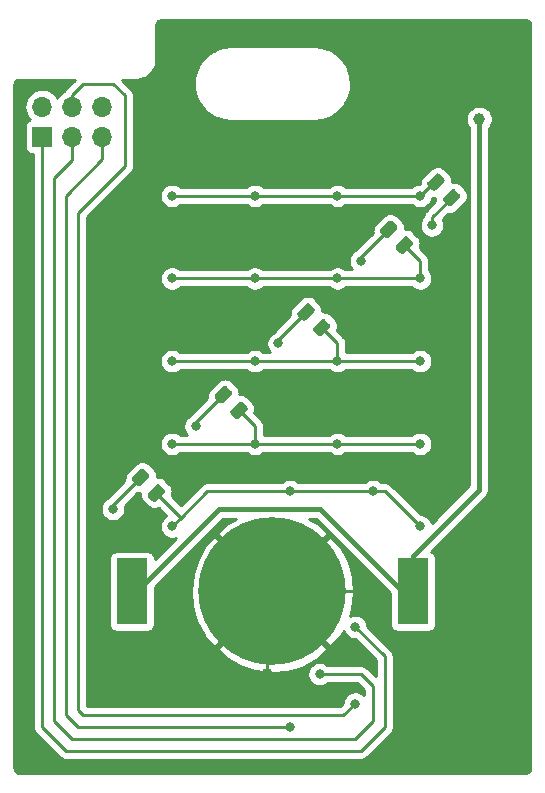
<source format=gbl>
G04 #@! TF.GenerationSoftware,KiCad,Pcbnew,5.1.4-e60b266~84~ubuntu19.04.1*
G04 #@! TF.CreationDate,2019-10-10T20:23:52-06:00*
G04 #@! TF.ProjectId,Christmas Card,43687269-7374-46d6-9173-20436172642e,rev?*
G04 #@! TF.SameCoordinates,Original*
G04 #@! TF.FileFunction,Copper,L2,Bot*
G04 #@! TF.FilePolarity,Positive*
%FSLAX46Y46*%
G04 Gerber Fmt 4.6, Leading zero omitted, Abs format (unit mm)*
G04 Created by KiCad (PCBNEW 5.1.4-e60b266~84~ubuntu19.04.1) date 2019-10-10 20:23:52*
%MOMM*%
%LPD*%
G04 APERTURE LIST*
%ADD10R,2.600000X5.560000*%
%ADD11C,12.500000*%
%ADD12R,1.700000X1.700000*%
%ADD13O,1.700000X1.700000*%
%ADD14C,0.100000*%
%ADD15C,0.975000*%
%ADD16C,1.000000*%
%ADD17C,0.800000*%
%ADD18C,0.400000*%
%ADD19C,0.250000*%
%ADD20C,0.254000*%
G04 APERTURE END LIST*
D10*
X134405000Y-99000000D03*
X110595000Y-99000000D03*
D11*
X122500000Y-99000000D03*
D12*
X103000000Y-60500000D03*
D13*
X103000000Y-57960000D03*
X105540000Y-60500000D03*
X105540000Y-57960000D03*
X108080000Y-60500000D03*
X108080000Y-57960000D03*
D14*
G36*
X112837065Y-89925362D02*
G01*
X112860726Y-89928872D01*
X112883930Y-89934684D01*
X112906452Y-89942742D01*
X112928076Y-89952970D01*
X112948593Y-89965267D01*
X112967806Y-89979517D01*
X112985530Y-89995581D01*
X113330245Y-90340296D01*
X113346309Y-90358020D01*
X113360559Y-90377233D01*
X113372856Y-90397750D01*
X113383084Y-90419374D01*
X113391142Y-90441896D01*
X113396954Y-90465100D01*
X113400464Y-90488761D01*
X113401638Y-90512653D01*
X113400464Y-90536545D01*
X113396954Y-90560206D01*
X113391142Y-90583410D01*
X113383084Y-90605932D01*
X113372856Y-90627556D01*
X113360559Y-90648073D01*
X113346309Y-90667286D01*
X113330245Y-90685010D01*
X112685010Y-91330245D01*
X112667286Y-91346309D01*
X112648073Y-91360559D01*
X112627556Y-91372856D01*
X112605932Y-91383084D01*
X112583410Y-91391142D01*
X112560206Y-91396954D01*
X112536545Y-91400464D01*
X112512653Y-91401638D01*
X112488761Y-91400464D01*
X112465100Y-91396954D01*
X112441896Y-91391142D01*
X112419374Y-91383084D01*
X112397750Y-91372856D01*
X112377233Y-91360559D01*
X112358020Y-91346309D01*
X112340296Y-91330245D01*
X111995581Y-90985530D01*
X111979517Y-90967806D01*
X111965267Y-90948593D01*
X111952970Y-90928076D01*
X111942742Y-90906452D01*
X111934684Y-90883930D01*
X111928872Y-90860726D01*
X111925362Y-90837065D01*
X111924188Y-90813173D01*
X111925362Y-90789281D01*
X111928872Y-90765620D01*
X111934684Y-90742416D01*
X111942742Y-90719894D01*
X111952970Y-90698270D01*
X111965267Y-90677753D01*
X111979517Y-90658540D01*
X111995581Y-90640816D01*
X112640816Y-89995581D01*
X112658540Y-89979517D01*
X112677753Y-89965267D01*
X112698270Y-89952970D01*
X112719894Y-89942742D01*
X112742416Y-89934684D01*
X112765620Y-89928872D01*
X112789281Y-89925362D01*
X112813173Y-89924188D01*
X112837065Y-89925362D01*
X112837065Y-89925362D01*
G37*
D15*
X112662913Y-90662913D03*
D14*
G36*
X111511239Y-88599536D02*
G01*
X111534900Y-88603046D01*
X111558104Y-88608858D01*
X111580626Y-88616916D01*
X111602250Y-88627144D01*
X111622767Y-88639441D01*
X111641980Y-88653691D01*
X111659704Y-88669755D01*
X112004419Y-89014470D01*
X112020483Y-89032194D01*
X112034733Y-89051407D01*
X112047030Y-89071924D01*
X112057258Y-89093548D01*
X112065316Y-89116070D01*
X112071128Y-89139274D01*
X112074638Y-89162935D01*
X112075812Y-89186827D01*
X112074638Y-89210719D01*
X112071128Y-89234380D01*
X112065316Y-89257584D01*
X112057258Y-89280106D01*
X112047030Y-89301730D01*
X112034733Y-89322247D01*
X112020483Y-89341460D01*
X112004419Y-89359184D01*
X111359184Y-90004419D01*
X111341460Y-90020483D01*
X111322247Y-90034733D01*
X111301730Y-90047030D01*
X111280106Y-90057258D01*
X111257584Y-90065316D01*
X111234380Y-90071128D01*
X111210719Y-90074638D01*
X111186827Y-90075812D01*
X111162935Y-90074638D01*
X111139274Y-90071128D01*
X111116070Y-90065316D01*
X111093548Y-90057258D01*
X111071924Y-90047030D01*
X111051407Y-90034733D01*
X111032194Y-90020483D01*
X111014470Y-90004419D01*
X110669755Y-89659704D01*
X110653691Y-89641980D01*
X110639441Y-89622767D01*
X110627144Y-89602250D01*
X110616916Y-89580626D01*
X110608858Y-89558104D01*
X110603046Y-89534900D01*
X110599536Y-89511239D01*
X110598362Y-89487347D01*
X110599536Y-89463455D01*
X110603046Y-89439794D01*
X110608858Y-89416590D01*
X110616916Y-89394068D01*
X110627144Y-89372444D01*
X110639441Y-89351927D01*
X110653691Y-89332714D01*
X110669755Y-89314990D01*
X111314990Y-88669755D01*
X111332714Y-88653691D01*
X111351927Y-88639441D01*
X111372444Y-88627144D01*
X111394068Y-88616916D01*
X111416590Y-88608858D01*
X111439794Y-88603046D01*
X111463455Y-88599536D01*
X111487347Y-88598362D01*
X111511239Y-88599536D01*
X111511239Y-88599536D01*
G37*
D15*
X111337087Y-89337087D03*
D14*
G36*
X118511239Y-81599536D02*
G01*
X118534900Y-81603046D01*
X118558104Y-81608858D01*
X118580626Y-81616916D01*
X118602250Y-81627144D01*
X118622767Y-81639441D01*
X118641980Y-81653691D01*
X118659704Y-81669755D01*
X119004419Y-82014470D01*
X119020483Y-82032194D01*
X119034733Y-82051407D01*
X119047030Y-82071924D01*
X119057258Y-82093548D01*
X119065316Y-82116070D01*
X119071128Y-82139274D01*
X119074638Y-82162935D01*
X119075812Y-82186827D01*
X119074638Y-82210719D01*
X119071128Y-82234380D01*
X119065316Y-82257584D01*
X119057258Y-82280106D01*
X119047030Y-82301730D01*
X119034733Y-82322247D01*
X119020483Y-82341460D01*
X119004419Y-82359184D01*
X118359184Y-83004419D01*
X118341460Y-83020483D01*
X118322247Y-83034733D01*
X118301730Y-83047030D01*
X118280106Y-83057258D01*
X118257584Y-83065316D01*
X118234380Y-83071128D01*
X118210719Y-83074638D01*
X118186827Y-83075812D01*
X118162935Y-83074638D01*
X118139274Y-83071128D01*
X118116070Y-83065316D01*
X118093548Y-83057258D01*
X118071924Y-83047030D01*
X118051407Y-83034733D01*
X118032194Y-83020483D01*
X118014470Y-83004419D01*
X117669755Y-82659704D01*
X117653691Y-82641980D01*
X117639441Y-82622767D01*
X117627144Y-82602250D01*
X117616916Y-82580626D01*
X117608858Y-82558104D01*
X117603046Y-82534900D01*
X117599536Y-82511239D01*
X117598362Y-82487347D01*
X117599536Y-82463455D01*
X117603046Y-82439794D01*
X117608858Y-82416590D01*
X117616916Y-82394068D01*
X117627144Y-82372444D01*
X117639441Y-82351927D01*
X117653691Y-82332714D01*
X117669755Y-82314990D01*
X118314990Y-81669755D01*
X118332714Y-81653691D01*
X118351927Y-81639441D01*
X118372444Y-81627144D01*
X118394068Y-81616916D01*
X118416590Y-81608858D01*
X118439794Y-81603046D01*
X118463455Y-81599536D01*
X118487347Y-81598362D01*
X118511239Y-81599536D01*
X118511239Y-81599536D01*
G37*
D15*
X118337087Y-82337087D03*
D14*
G36*
X119837065Y-82925362D02*
G01*
X119860726Y-82928872D01*
X119883930Y-82934684D01*
X119906452Y-82942742D01*
X119928076Y-82952970D01*
X119948593Y-82965267D01*
X119967806Y-82979517D01*
X119985530Y-82995581D01*
X120330245Y-83340296D01*
X120346309Y-83358020D01*
X120360559Y-83377233D01*
X120372856Y-83397750D01*
X120383084Y-83419374D01*
X120391142Y-83441896D01*
X120396954Y-83465100D01*
X120400464Y-83488761D01*
X120401638Y-83512653D01*
X120400464Y-83536545D01*
X120396954Y-83560206D01*
X120391142Y-83583410D01*
X120383084Y-83605932D01*
X120372856Y-83627556D01*
X120360559Y-83648073D01*
X120346309Y-83667286D01*
X120330245Y-83685010D01*
X119685010Y-84330245D01*
X119667286Y-84346309D01*
X119648073Y-84360559D01*
X119627556Y-84372856D01*
X119605932Y-84383084D01*
X119583410Y-84391142D01*
X119560206Y-84396954D01*
X119536545Y-84400464D01*
X119512653Y-84401638D01*
X119488761Y-84400464D01*
X119465100Y-84396954D01*
X119441896Y-84391142D01*
X119419374Y-84383084D01*
X119397750Y-84372856D01*
X119377233Y-84360559D01*
X119358020Y-84346309D01*
X119340296Y-84330245D01*
X118995581Y-83985530D01*
X118979517Y-83967806D01*
X118965267Y-83948593D01*
X118952970Y-83928076D01*
X118942742Y-83906452D01*
X118934684Y-83883930D01*
X118928872Y-83860726D01*
X118925362Y-83837065D01*
X118924188Y-83813173D01*
X118925362Y-83789281D01*
X118928872Y-83765620D01*
X118934684Y-83742416D01*
X118942742Y-83719894D01*
X118952970Y-83698270D01*
X118965267Y-83677753D01*
X118979517Y-83658540D01*
X118995581Y-83640816D01*
X119640816Y-82995581D01*
X119658540Y-82979517D01*
X119677753Y-82965267D01*
X119698270Y-82952970D01*
X119719894Y-82942742D01*
X119742416Y-82934684D01*
X119765620Y-82928872D01*
X119789281Y-82925362D01*
X119813173Y-82924188D01*
X119837065Y-82925362D01*
X119837065Y-82925362D01*
G37*
D15*
X119662913Y-83662913D03*
D14*
G36*
X126837065Y-75925362D02*
G01*
X126860726Y-75928872D01*
X126883930Y-75934684D01*
X126906452Y-75942742D01*
X126928076Y-75952970D01*
X126948593Y-75965267D01*
X126967806Y-75979517D01*
X126985530Y-75995581D01*
X127330245Y-76340296D01*
X127346309Y-76358020D01*
X127360559Y-76377233D01*
X127372856Y-76397750D01*
X127383084Y-76419374D01*
X127391142Y-76441896D01*
X127396954Y-76465100D01*
X127400464Y-76488761D01*
X127401638Y-76512653D01*
X127400464Y-76536545D01*
X127396954Y-76560206D01*
X127391142Y-76583410D01*
X127383084Y-76605932D01*
X127372856Y-76627556D01*
X127360559Y-76648073D01*
X127346309Y-76667286D01*
X127330245Y-76685010D01*
X126685010Y-77330245D01*
X126667286Y-77346309D01*
X126648073Y-77360559D01*
X126627556Y-77372856D01*
X126605932Y-77383084D01*
X126583410Y-77391142D01*
X126560206Y-77396954D01*
X126536545Y-77400464D01*
X126512653Y-77401638D01*
X126488761Y-77400464D01*
X126465100Y-77396954D01*
X126441896Y-77391142D01*
X126419374Y-77383084D01*
X126397750Y-77372856D01*
X126377233Y-77360559D01*
X126358020Y-77346309D01*
X126340296Y-77330245D01*
X125995581Y-76985530D01*
X125979517Y-76967806D01*
X125965267Y-76948593D01*
X125952970Y-76928076D01*
X125942742Y-76906452D01*
X125934684Y-76883930D01*
X125928872Y-76860726D01*
X125925362Y-76837065D01*
X125924188Y-76813173D01*
X125925362Y-76789281D01*
X125928872Y-76765620D01*
X125934684Y-76742416D01*
X125942742Y-76719894D01*
X125952970Y-76698270D01*
X125965267Y-76677753D01*
X125979517Y-76658540D01*
X125995581Y-76640816D01*
X126640816Y-75995581D01*
X126658540Y-75979517D01*
X126677753Y-75965267D01*
X126698270Y-75952970D01*
X126719894Y-75942742D01*
X126742416Y-75934684D01*
X126765620Y-75928872D01*
X126789281Y-75925362D01*
X126813173Y-75924188D01*
X126837065Y-75925362D01*
X126837065Y-75925362D01*
G37*
D15*
X126662913Y-76662913D03*
D14*
G36*
X125511239Y-74599536D02*
G01*
X125534900Y-74603046D01*
X125558104Y-74608858D01*
X125580626Y-74616916D01*
X125602250Y-74627144D01*
X125622767Y-74639441D01*
X125641980Y-74653691D01*
X125659704Y-74669755D01*
X126004419Y-75014470D01*
X126020483Y-75032194D01*
X126034733Y-75051407D01*
X126047030Y-75071924D01*
X126057258Y-75093548D01*
X126065316Y-75116070D01*
X126071128Y-75139274D01*
X126074638Y-75162935D01*
X126075812Y-75186827D01*
X126074638Y-75210719D01*
X126071128Y-75234380D01*
X126065316Y-75257584D01*
X126057258Y-75280106D01*
X126047030Y-75301730D01*
X126034733Y-75322247D01*
X126020483Y-75341460D01*
X126004419Y-75359184D01*
X125359184Y-76004419D01*
X125341460Y-76020483D01*
X125322247Y-76034733D01*
X125301730Y-76047030D01*
X125280106Y-76057258D01*
X125257584Y-76065316D01*
X125234380Y-76071128D01*
X125210719Y-76074638D01*
X125186827Y-76075812D01*
X125162935Y-76074638D01*
X125139274Y-76071128D01*
X125116070Y-76065316D01*
X125093548Y-76057258D01*
X125071924Y-76047030D01*
X125051407Y-76034733D01*
X125032194Y-76020483D01*
X125014470Y-76004419D01*
X124669755Y-75659704D01*
X124653691Y-75641980D01*
X124639441Y-75622767D01*
X124627144Y-75602250D01*
X124616916Y-75580626D01*
X124608858Y-75558104D01*
X124603046Y-75534900D01*
X124599536Y-75511239D01*
X124598362Y-75487347D01*
X124599536Y-75463455D01*
X124603046Y-75439794D01*
X124608858Y-75416590D01*
X124616916Y-75394068D01*
X124627144Y-75372444D01*
X124639441Y-75351927D01*
X124653691Y-75332714D01*
X124669755Y-75314990D01*
X125314990Y-74669755D01*
X125332714Y-74653691D01*
X125351927Y-74639441D01*
X125372444Y-74627144D01*
X125394068Y-74616916D01*
X125416590Y-74608858D01*
X125439794Y-74603046D01*
X125463455Y-74599536D01*
X125487347Y-74598362D01*
X125511239Y-74599536D01*
X125511239Y-74599536D01*
G37*
D15*
X125337087Y-75337087D03*
D14*
G36*
X132511239Y-67599536D02*
G01*
X132534900Y-67603046D01*
X132558104Y-67608858D01*
X132580626Y-67616916D01*
X132602250Y-67627144D01*
X132622767Y-67639441D01*
X132641980Y-67653691D01*
X132659704Y-67669755D01*
X133004419Y-68014470D01*
X133020483Y-68032194D01*
X133034733Y-68051407D01*
X133047030Y-68071924D01*
X133057258Y-68093548D01*
X133065316Y-68116070D01*
X133071128Y-68139274D01*
X133074638Y-68162935D01*
X133075812Y-68186827D01*
X133074638Y-68210719D01*
X133071128Y-68234380D01*
X133065316Y-68257584D01*
X133057258Y-68280106D01*
X133047030Y-68301730D01*
X133034733Y-68322247D01*
X133020483Y-68341460D01*
X133004419Y-68359184D01*
X132359184Y-69004419D01*
X132341460Y-69020483D01*
X132322247Y-69034733D01*
X132301730Y-69047030D01*
X132280106Y-69057258D01*
X132257584Y-69065316D01*
X132234380Y-69071128D01*
X132210719Y-69074638D01*
X132186827Y-69075812D01*
X132162935Y-69074638D01*
X132139274Y-69071128D01*
X132116070Y-69065316D01*
X132093548Y-69057258D01*
X132071924Y-69047030D01*
X132051407Y-69034733D01*
X132032194Y-69020483D01*
X132014470Y-69004419D01*
X131669755Y-68659704D01*
X131653691Y-68641980D01*
X131639441Y-68622767D01*
X131627144Y-68602250D01*
X131616916Y-68580626D01*
X131608858Y-68558104D01*
X131603046Y-68534900D01*
X131599536Y-68511239D01*
X131598362Y-68487347D01*
X131599536Y-68463455D01*
X131603046Y-68439794D01*
X131608858Y-68416590D01*
X131616916Y-68394068D01*
X131627144Y-68372444D01*
X131639441Y-68351927D01*
X131653691Y-68332714D01*
X131669755Y-68314990D01*
X132314990Y-67669755D01*
X132332714Y-67653691D01*
X132351927Y-67639441D01*
X132372444Y-67627144D01*
X132394068Y-67616916D01*
X132416590Y-67608858D01*
X132439794Y-67603046D01*
X132463455Y-67599536D01*
X132487347Y-67598362D01*
X132511239Y-67599536D01*
X132511239Y-67599536D01*
G37*
D15*
X132337087Y-68337087D03*
D14*
G36*
X133837065Y-68925362D02*
G01*
X133860726Y-68928872D01*
X133883930Y-68934684D01*
X133906452Y-68942742D01*
X133928076Y-68952970D01*
X133948593Y-68965267D01*
X133967806Y-68979517D01*
X133985530Y-68995581D01*
X134330245Y-69340296D01*
X134346309Y-69358020D01*
X134360559Y-69377233D01*
X134372856Y-69397750D01*
X134383084Y-69419374D01*
X134391142Y-69441896D01*
X134396954Y-69465100D01*
X134400464Y-69488761D01*
X134401638Y-69512653D01*
X134400464Y-69536545D01*
X134396954Y-69560206D01*
X134391142Y-69583410D01*
X134383084Y-69605932D01*
X134372856Y-69627556D01*
X134360559Y-69648073D01*
X134346309Y-69667286D01*
X134330245Y-69685010D01*
X133685010Y-70330245D01*
X133667286Y-70346309D01*
X133648073Y-70360559D01*
X133627556Y-70372856D01*
X133605932Y-70383084D01*
X133583410Y-70391142D01*
X133560206Y-70396954D01*
X133536545Y-70400464D01*
X133512653Y-70401638D01*
X133488761Y-70400464D01*
X133465100Y-70396954D01*
X133441896Y-70391142D01*
X133419374Y-70383084D01*
X133397750Y-70372856D01*
X133377233Y-70360559D01*
X133358020Y-70346309D01*
X133340296Y-70330245D01*
X132995581Y-69985530D01*
X132979517Y-69967806D01*
X132965267Y-69948593D01*
X132952970Y-69928076D01*
X132942742Y-69906452D01*
X132934684Y-69883930D01*
X132928872Y-69860726D01*
X132925362Y-69837065D01*
X132924188Y-69813173D01*
X132925362Y-69789281D01*
X132928872Y-69765620D01*
X132934684Y-69742416D01*
X132942742Y-69719894D01*
X132952970Y-69698270D01*
X132965267Y-69677753D01*
X132979517Y-69658540D01*
X132995581Y-69640816D01*
X133640816Y-68995581D01*
X133658540Y-68979517D01*
X133677753Y-68965267D01*
X133698270Y-68952970D01*
X133719894Y-68942742D01*
X133742416Y-68934684D01*
X133765620Y-68928872D01*
X133789281Y-68925362D01*
X133813173Y-68924188D01*
X133837065Y-68925362D01*
X133837065Y-68925362D01*
G37*
D15*
X133662913Y-69662913D03*
D14*
G36*
X136511239Y-63599536D02*
G01*
X136534900Y-63603046D01*
X136558104Y-63608858D01*
X136580626Y-63616916D01*
X136602250Y-63627144D01*
X136622767Y-63639441D01*
X136641980Y-63653691D01*
X136659704Y-63669755D01*
X137004419Y-64014470D01*
X137020483Y-64032194D01*
X137034733Y-64051407D01*
X137047030Y-64071924D01*
X137057258Y-64093548D01*
X137065316Y-64116070D01*
X137071128Y-64139274D01*
X137074638Y-64162935D01*
X137075812Y-64186827D01*
X137074638Y-64210719D01*
X137071128Y-64234380D01*
X137065316Y-64257584D01*
X137057258Y-64280106D01*
X137047030Y-64301730D01*
X137034733Y-64322247D01*
X137020483Y-64341460D01*
X137004419Y-64359184D01*
X136359184Y-65004419D01*
X136341460Y-65020483D01*
X136322247Y-65034733D01*
X136301730Y-65047030D01*
X136280106Y-65057258D01*
X136257584Y-65065316D01*
X136234380Y-65071128D01*
X136210719Y-65074638D01*
X136186827Y-65075812D01*
X136162935Y-65074638D01*
X136139274Y-65071128D01*
X136116070Y-65065316D01*
X136093548Y-65057258D01*
X136071924Y-65047030D01*
X136051407Y-65034733D01*
X136032194Y-65020483D01*
X136014470Y-65004419D01*
X135669755Y-64659704D01*
X135653691Y-64641980D01*
X135639441Y-64622767D01*
X135627144Y-64602250D01*
X135616916Y-64580626D01*
X135608858Y-64558104D01*
X135603046Y-64534900D01*
X135599536Y-64511239D01*
X135598362Y-64487347D01*
X135599536Y-64463455D01*
X135603046Y-64439794D01*
X135608858Y-64416590D01*
X135616916Y-64394068D01*
X135627144Y-64372444D01*
X135639441Y-64351927D01*
X135653691Y-64332714D01*
X135669755Y-64314990D01*
X136314990Y-63669755D01*
X136332714Y-63653691D01*
X136351927Y-63639441D01*
X136372444Y-63627144D01*
X136394068Y-63616916D01*
X136416590Y-63608858D01*
X136439794Y-63603046D01*
X136463455Y-63599536D01*
X136487347Y-63598362D01*
X136511239Y-63599536D01*
X136511239Y-63599536D01*
G37*
D15*
X136337087Y-64337087D03*
D14*
G36*
X137837065Y-64925362D02*
G01*
X137860726Y-64928872D01*
X137883930Y-64934684D01*
X137906452Y-64942742D01*
X137928076Y-64952970D01*
X137948593Y-64965267D01*
X137967806Y-64979517D01*
X137985530Y-64995581D01*
X138330245Y-65340296D01*
X138346309Y-65358020D01*
X138360559Y-65377233D01*
X138372856Y-65397750D01*
X138383084Y-65419374D01*
X138391142Y-65441896D01*
X138396954Y-65465100D01*
X138400464Y-65488761D01*
X138401638Y-65512653D01*
X138400464Y-65536545D01*
X138396954Y-65560206D01*
X138391142Y-65583410D01*
X138383084Y-65605932D01*
X138372856Y-65627556D01*
X138360559Y-65648073D01*
X138346309Y-65667286D01*
X138330245Y-65685010D01*
X137685010Y-66330245D01*
X137667286Y-66346309D01*
X137648073Y-66360559D01*
X137627556Y-66372856D01*
X137605932Y-66383084D01*
X137583410Y-66391142D01*
X137560206Y-66396954D01*
X137536545Y-66400464D01*
X137512653Y-66401638D01*
X137488761Y-66400464D01*
X137465100Y-66396954D01*
X137441896Y-66391142D01*
X137419374Y-66383084D01*
X137397750Y-66372856D01*
X137377233Y-66360559D01*
X137358020Y-66346309D01*
X137340296Y-66330245D01*
X136995581Y-65985530D01*
X136979517Y-65967806D01*
X136965267Y-65948593D01*
X136952970Y-65928076D01*
X136942742Y-65906452D01*
X136934684Y-65883930D01*
X136928872Y-65860726D01*
X136925362Y-65837065D01*
X136924188Y-65813173D01*
X136925362Y-65789281D01*
X136928872Y-65765620D01*
X136934684Y-65742416D01*
X136942742Y-65719894D01*
X136952970Y-65698270D01*
X136965267Y-65677753D01*
X136979517Y-65658540D01*
X136995581Y-65640816D01*
X137640816Y-64995581D01*
X137658540Y-64979517D01*
X137677753Y-64965267D01*
X137698270Y-64952970D01*
X137719894Y-64942742D01*
X137742416Y-64934684D01*
X137765620Y-64928872D01*
X137789281Y-64925362D01*
X137813173Y-64924188D01*
X137837065Y-64925362D01*
X137837065Y-64925362D01*
G37*
D15*
X137662913Y-65662913D03*
D16*
X140000000Y-59000000D03*
X122000000Y-106000000D03*
D17*
X107500000Y-99000000D03*
D16*
X112000000Y-58000000D03*
D17*
X137500000Y-99000000D03*
X129500000Y-102000000D03*
X126500000Y-106000000D03*
X129500000Y-108500000D03*
X124000000Y-110500000D03*
X116000000Y-85000000D03*
X114000000Y-93500000D03*
X124000000Y-90500000D03*
X131000000Y-90500000D03*
X135000000Y-93500000D03*
X109000000Y-92000000D03*
X114000000Y-86500000D03*
X121000000Y-86500000D03*
X128000000Y-86500000D03*
X135000000Y-86500000D03*
X123000004Y-78000000D03*
X114000000Y-79500000D03*
X121000000Y-79500000D03*
X128000000Y-79500000D03*
X135000000Y-79500000D03*
X130000000Y-71000004D03*
X135000000Y-72500000D03*
X114000000Y-72500000D03*
X121000000Y-72500000D03*
X128000000Y-72500000D03*
X136000000Y-68000000D03*
X128000000Y-65500000D03*
X121000000Y-65500000D03*
X114000000Y-65500000D03*
X135000000Y-65500000D03*
D18*
X134405000Y-99000000D02*
X134405000Y-95970000D01*
X140000000Y-90375000D02*
X140000000Y-59000000D01*
X134405000Y-95970000D02*
X140000000Y-90375000D01*
X126500000Y-92000000D02*
X133500000Y-99000000D01*
D19*
X110595000Y-99000000D02*
X111000000Y-99000000D01*
X133500000Y-99000000D02*
X134405000Y-99000000D01*
D18*
X118000000Y-92000000D02*
X126500000Y-92000000D01*
X111000000Y-99000000D02*
X118000000Y-92000000D01*
D19*
X112000000Y-58000000D02*
X112000000Y-64000000D01*
X112000000Y-64000000D02*
X107000000Y-69000000D01*
X107000000Y-98500000D02*
X107500000Y-99000000D01*
X107000000Y-69000000D02*
X107000000Y-98500000D01*
X107500000Y-101500000D02*
X107500000Y-99565685D01*
X111249999Y-105249999D02*
X107500000Y-101500000D01*
X107500000Y-99565685D02*
X107500000Y-99000000D01*
X122500000Y-99000000D02*
X116250001Y-105249999D01*
X116250001Y-105249999D02*
X111249999Y-105249999D01*
X122000000Y-99500000D02*
X122000000Y-106000000D01*
X122500000Y-99000000D02*
X122000000Y-99500000D01*
X137500000Y-102000000D02*
X137500000Y-99000000D01*
X136000000Y-103500000D02*
X137500000Y-102000000D01*
X131500000Y-101500000D02*
X133500000Y-103500000D01*
X122500000Y-99000000D02*
X130500000Y-99000000D01*
X131500000Y-100000000D02*
X131500000Y-101500000D01*
X130500000Y-99000000D02*
X131500000Y-100000000D01*
X133500000Y-103500000D02*
X136000000Y-103500000D01*
X103000000Y-110500000D02*
X103000000Y-60500000D01*
X132000000Y-104500000D02*
X132000000Y-110500000D01*
X129500000Y-102000000D02*
X132000000Y-104500000D01*
X132000000Y-110500000D02*
X130000000Y-112500000D01*
X130000000Y-112500000D02*
X105000000Y-112500000D01*
X105000000Y-112500000D02*
X103000000Y-110500000D01*
X105500000Y-111500000D02*
X104000000Y-110000000D01*
X104000000Y-64000000D02*
X105540000Y-62460000D01*
X130000000Y-106000000D02*
X131000000Y-107000000D01*
X126500000Y-106000000D02*
X130000000Y-106000000D01*
X105540000Y-62460000D02*
X105540000Y-60500000D01*
X104000000Y-110000000D02*
X104000000Y-64000000D01*
X131000000Y-107000000D02*
X131000000Y-110000000D01*
X129500000Y-111500000D02*
X105500000Y-111500000D01*
X131000000Y-110000000D02*
X129500000Y-111500000D01*
X106500000Y-56000000D02*
X105540000Y-56960000D01*
X110000000Y-57000000D02*
X109000000Y-56000000D01*
X109000000Y-56000000D02*
X106500000Y-56000000D01*
X110000000Y-63000000D02*
X110000000Y-57000000D01*
X128500000Y-109500000D02*
X106500000Y-109500000D01*
X106500000Y-109500000D02*
X106000000Y-109000000D01*
X105540000Y-56960000D02*
X105540000Y-57960000D01*
X129500000Y-108500000D02*
X128500000Y-109500000D01*
X106000000Y-109000000D02*
X106000000Y-67000000D01*
X106000000Y-67000000D02*
X110000000Y-63000000D01*
X106000000Y-110500000D02*
X105000000Y-109500000D01*
X124000000Y-110500000D02*
X106000000Y-110500000D01*
X105000000Y-109500000D02*
X105000000Y-65500000D01*
X105000000Y-65500000D02*
X108080000Y-62420000D01*
X108080000Y-62420000D02*
X108080000Y-60500000D01*
X116000000Y-84674174D02*
X116000000Y-85000000D01*
X118337087Y-82337087D02*
X116000000Y-84674174D01*
X112662913Y-90662913D02*
X113078337Y-91078337D01*
X113078337Y-91078337D02*
X114750000Y-92750000D01*
X114750000Y-92750000D02*
X114000000Y-93500000D01*
X117000000Y-90500000D02*
X123434315Y-90500000D01*
X123434315Y-90500000D02*
X124000000Y-90500000D01*
X114750000Y-92750000D02*
X117000000Y-90500000D01*
X124000000Y-90500000D02*
X124565685Y-90500000D01*
X124565685Y-90500000D02*
X131000000Y-90500000D01*
X132000000Y-90500000D02*
X135000000Y-93500000D01*
X131000000Y-90500000D02*
X132000000Y-90500000D01*
X109000000Y-91674174D02*
X109000000Y-92000000D01*
X111337087Y-89337087D02*
X109000000Y-91674174D01*
X114000000Y-86500000D02*
X121000000Y-86500000D01*
X121000000Y-86500000D02*
X128000000Y-86500000D01*
X128000000Y-86500000D02*
X135000000Y-86500000D01*
X121000000Y-85000000D02*
X119662913Y-83662913D01*
X121000000Y-86500000D02*
X121000000Y-85000000D01*
X125337087Y-75337087D02*
X123000004Y-77674170D01*
X123000004Y-77674170D02*
X123000004Y-78000000D01*
X114000000Y-79500000D02*
X121000000Y-79500000D01*
X121000000Y-79500000D02*
X128000000Y-79500000D01*
X128000000Y-79500000D02*
X135000000Y-79500000D01*
X128000000Y-78000000D02*
X126662913Y-76662913D01*
X128000000Y-79500000D02*
X128000000Y-78000000D01*
X130000000Y-70674174D02*
X130000000Y-71000004D01*
X132337087Y-68337087D02*
X130000000Y-70674174D01*
X135000000Y-71000000D02*
X133662913Y-69662913D01*
X135000000Y-72500000D02*
X135000000Y-71000000D01*
X114000000Y-72500000D02*
X121000000Y-72500000D01*
X121000000Y-72500000D02*
X128000000Y-72500000D01*
X128000000Y-72500000D02*
X135000000Y-72500000D01*
X136000000Y-67325826D02*
X137662913Y-65662913D01*
X136000000Y-68000000D02*
X136000000Y-67325826D01*
X136337087Y-64337087D02*
X136162913Y-64337087D01*
X136162913Y-64337087D02*
X135000000Y-65500000D01*
X128000000Y-65500000D02*
X135000000Y-65500000D01*
X121000000Y-65500000D02*
X128000000Y-65500000D01*
X114000000Y-65500000D02*
X121000000Y-65500000D01*
D20*
G36*
X144065424Y-50669580D02*
G01*
X144128356Y-50688580D01*
X144186405Y-50719445D01*
X144237343Y-50760989D01*
X144279248Y-50811644D01*
X144310515Y-50869471D01*
X144329956Y-50932272D01*
X144340000Y-51027835D01*
X144340001Y-113967711D01*
X144330420Y-114065424D01*
X144311420Y-114128357D01*
X144280554Y-114186406D01*
X144239011Y-114237343D01*
X144188356Y-114279248D01*
X144130529Y-114310515D01*
X144067728Y-114329956D01*
X143972165Y-114340000D01*
X101032279Y-114340000D01*
X100934576Y-114330420D01*
X100871643Y-114311420D01*
X100813594Y-114280554D01*
X100762657Y-114239011D01*
X100720752Y-114188356D01*
X100689485Y-114130529D01*
X100670044Y-114067728D01*
X100660000Y-113972165D01*
X100660000Y-56032279D01*
X100669580Y-55934576D01*
X100688580Y-55871644D01*
X100719445Y-55813595D01*
X100760989Y-55762657D01*
X100811644Y-55720752D01*
X100869471Y-55689485D01*
X100932272Y-55670044D01*
X101027835Y-55660000D01*
X105765198Y-55660000D01*
X105029002Y-56396196D01*
X104999999Y-56419999D01*
X104954861Y-56475000D01*
X104905026Y-56535724D01*
X104845271Y-56647517D01*
X104710986Y-56719294D01*
X104484866Y-56904866D01*
X104299294Y-57130986D01*
X104270000Y-57185791D01*
X104240706Y-57130986D01*
X104055134Y-56904866D01*
X103829014Y-56719294D01*
X103571034Y-56581401D01*
X103291111Y-56496487D01*
X103072950Y-56475000D01*
X102927050Y-56475000D01*
X102708889Y-56496487D01*
X102428966Y-56581401D01*
X102170986Y-56719294D01*
X101944866Y-56904866D01*
X101759294Y-57130986D01*
X101621401Y-57388966D01*
X101536487Y-57668889D01*
X101507815Y-57960000D01*
X101536487Y-58251111D01*
X101621401Y-58531034D01*
X101759294Y-58789014D01*
X101944866Y-59015134D01*
X101974687Y-59039607D01*
X101905820Y-59060498D01*
X101795506Y-59119463D01*
X101698815Y-59198815D01*
X101619463Y-59295506D01*
X101560498Y-59405820D01*
X101524188Y-59525518D01*
X101511928Y-59650000D01*
X101511928Y-61350000D01*
X101524188Y-61474482D01*
X101560498Y-61594180D01*
X101619463Y-61704494D01*
X101698815Y-61801185D01*
X101795506Y-61880537D01*
X101905820Y-61939502D01*
X102025518Y-61975812D01*
X102150000Y-61988072D01*
X102240001Y-61988072D01*
X102240000Y-110462678D01*
X102236324Y-110500000D01*
X102240000Y-110537322D01*
X102240000Y-110537332D01*
X102250997Y-110648985D01*
X102285788Y-110763677D01*
X102294454Y-110792246D01*
X102365026Y-110924276D01*
X102404871Y-110972826D01*
X102459999Y-111040001D01*
X102489003Y-111063804D01*
X104436201Y-113011003D01*
X104459999Y-113040001D01*
X104488997Y-113063799D01*
X104575723Y-113134974D01*
X104707753Y-113205546D01*
X104851014Y-113249003D01*
X104962667Y-113260000D01*
X104962676Y-113260000D01*
X104999999Y-113263676D01*
X105037322Y-113260000D01*
X129962678Y-113260000D01*
X130000000Y-113263676D01*
X130037322Y-113260000D01*
X130037333Y-113260000D01*
X130148986Y-113249003D01*
X130292247Y-113205546D01*
X130424276Y-113134974D01*
X130540001Y-113040001D01*
X130563804Y-113010997D01*
X132511003Y-111063799D01*
X132540001Y-111040001D01*
X132605657Y-110959999D01*
X132634974Y-110924277D01*
X132705546Y-110792247D01*
X132718059Y-110750997D01*
X132749003Y-110648986D01*
X132760000Y-110537333D01*
X132760000Y-110537324D01*
X132763676Y-110500001D01*
X132760000Y-110462678D01*
X132760000Y-104537323D01*
X132763676Y-104500000D01*
X132760000Y-104462677D01*
X132760000Y-104462667D01*
X132749003Y-104351014D01*
X132705546Y-104207753D01*
X132634975Y-104075725D01*
X132634974Y-104075723D01*
X132563799Y-103988997D01*
X132540001Y-103959999D01*
X132511004Y-103936202D01*
X130535000Y-101960199D01*
X130535000Y-101898061D01*
X130495226Y-101698102D01*
X130417205Y-101509744D01*
X130303937Y-101340226D01*
X130159774Y-101196063D01*
X129990256Y-101082795D01*
X129801898Y-101004774D01*
X129601939Y-100965000D01*
X129398061Y-100965000D01*
X129198102Y-101004774D01*
X129070913Y-101057458D01*
X129255673Y-100491285D01*
X129416800Y-99144663D01*
X129312119Y-97792483D01*
X128945651Y-96486707D01*
X128331481Y-95277515D01*
X128170739Y-95036948D01*
X127368693Y-94310913D01*
X122679605Y-99000000D01*
X127368693Y-103689087D01*
X128170739Y-102963052D01*
X128520622Y-102340158D01*
X128582795Y-102490256D01*
X128696063Y-102659774D01*
X128840226Y-102803937D01*
X129009744Y-102917205D01*
X129198102Y-102995226D01*
X129398061Y-103035000D01*
X129460199Y-103035000D01*
X131240000Y-104814802D01*
X131240000Y-106165199D01*
X130563804Y-105489002D01*
X130540001Y-105459999D01*
X130424276Y-105365026D01*
X130292247Y-105294454D01*
X130148986Y-105250997D01*
X130037333Y-105240000D01*
X130037322Y-105240000D01*
X130000000Y-105236324D01*
X129962678Y-105240000D01*
X127203711Y-105240000D01*
X127159774Y-105196063D01*
X126990256Y-105082795D01*
X126801898Y-105004774D01*
X126601939Y-104965000D01*
X126398061Y-104965000D01*
X126198102Y-105004774D01*
X126009744Y-105082795D01*
X125840226Y-105196063D01*
X125696063Y-105340226D01*
X125582795Y-105509744D01*
X125504774Y-105698102D01*
X125465000Y-105898061D01*
X125465000Y-106101939D01*
X125504774Y-106301898D01*
X125582795Y-106490256D01*
X125696063Y-106659774D01*
X125840226Y-106803937D01*
X126009744Y-106917205D01*
X126198102Y-106995226D01*
X126398061Y-107035000D01*
X126601939Y-107035000D01*
X126801898Y-106995226D01*
X126990256Y-106917205D01*
X127159774Y-106803937D01*
X127203711Y-106760000D01*
X129685199Y-106760000D01*
X130240000Y-107314802D01*
X130240000Y-107776289D01*
X130159774Y-107696063D01*
X129990256Y-107582795D01*
X129801898Y-107504774D01*
X129601939Y-107465000D01*
X129398061Y-107465000D01*
X129198102Y-107504774D01*
X129009744Y-107582795D01*
X128840226Y-107696063D01*
X128696063Y-107840226D01*
X128582795Y-108009744D01*
X128504774Y-108198102D01*
X128465000Y-108398061D01*
X128465000Y-108460198D01*
X128185199Y-108740000D01*
X106814801Y-108740000D01*
X106760000Y-108685199D01*
X106760000Y-103868693D01*
X117810913Y-103868693D01*
X118536948Y-104670739D01*
X119719403Y-105334930D01*
X121008715Y-105755673D01*
X122355337Y-105916800D01*
X123707517Y-105812119D01*
X125013293Y-105445651D01*
X126222485Y-104831481D01*
X126463052Y-104670739D01*
X127189087Y-103868693D01*
X122500000Y-99179605D01*
X117810913Y-103868693D01*
X106760000Y-103868693D01*
X106760000Y-91898061D01*
X107965000Y-91898061D01*
X107965000Y-92101939D01*
X108004774Y-92301898D01*
X108082795Y-92490256D01*
X108196063Y-92659774D01*
X108340226Y-92803937D01*
X108509744Y-92917205D01*
X108698102Y-92995226D01*
X108898061Y-93035000D01*
X109101939Y-93035000D01*
X109301898Y-92995226D01*
X109490256Y-92917205D01*
X109659774Y-92803937D01*
X109803937Y-92659774D01*
X109917205Y-92490256D01*
X109995226Y-92301898D01*
X110035000Y-92101939D01*
X110035000Y-91898061D01*
X110004458Y-91744517D01*
X111048696Y-90700279D01*
X111186827Y-90713884D01*
X111296964Y-90703036D01*
X111286116Y-90813173D01*
X111303060Y-90985208D01*
X111353241Y-91150632D01*
X111434730Y-91303087D01*
X111544396Y-91436715D01*
X111889111Y-91781430D01*
X112022739Y-91891096D01*
X112175194Y-91972585D01*
X112340618Y-92022766D01*
X112512653Y-92039710D01*
X112684688Y-92022766D01*
X112850112Y-91972585D01*
X112881178Y-91955980D01*
X113508694Y-92583496D01*
X113340226Y-92696063D01*
X113196063Y-92840226D01*
X113082795Y-93009744D01*
X113004774Y-93198102D01*
X112965000Y-93398061D01*
X112965000Y-93601939D01*
X113004774Y-93801898D01*
X113082795Y-93990256D01*
X113196063Y-94159774D01*
X113340226Y-94303937D01*
X113509744Y-94417205D01*
X113698102Y-94495226D01*
X113898061Y-94535000D01*
X114101939Y-94535000D01*
X114301898Y-94495226D01*
X114339468Y-94479664D01*
X112533072Y-96286060D01*
X112533072Y-96220000D01*
X112520812Y-96095518D01*
X112484502Y-95975820D01*
X112425537Y-95865506D01*
X112346185Y-95768815D01*
X112249494Y-95689463D01*
X112139180Y-95630498D01*
X112019482Y-95594188D01*
X111895000Y-95581928D01*
X109295000Y-95581928D01*
X109170518Y-95594188D01*
X109050820Y-95630498D01*
X108940506Y-95689463D01*
X108843815Y-95768815D01*
X108764463Y-95865506D01*
X108705498Y-95975820D01*
X108669188Y-96095518D01*
X108656928Y-96220000D01*
X108656928Y-101780000D01*
X108669188Y-101904482D01*
X108705498Y-102024180D01*
X108764463Y-102134494D01*
X108843815Y-102231185D01*
X108940506Y-102310537D01*
X109050820Y-102369502D01*
X109170518Y-102405812D01*
X109295000Y-102418072D01*
X111895000Y-102418072D01*
X112019482Y-102405812D01*
X112139180Y-102369502D01*
X112249494Y-102310537D01*
X112346185Y-102231185D01*
X112425537Y-102134494D01*
X112484502Y-102024180D01*
X112520812Y-101904482D01*
X112533072Y-101780000D01*
X112533072Y-98855337D01*
X115583200Y-98855337D01*
X115687881Y-100207517D01*
X116054349Y-101513293D01*
X116668519Y-102722485D01*
X116829261Y-102963052D01*
X117631307Y-103689087D01*
X122320395Y-99000000D01*
X117631307Y-94310913D01*
X116829261Y-95036948D01*
X116165070Y-96219403D01*
X115744327Y-97508715D01*
X115583200Y-98855337D01*
X112533072Y-98855337D01*
X112533072Y-98647795D01*
X118345869Y-92835000D01*
X119434155Y-92835000D01*
X118777515Y-93168519D01*
X118536948Y-93329261D01*
X117810913Y-94131307D01*
X122500000Y-98820395D01*
X127189087Y-94131307D01*
X126463052Y-93329261D01*
X125583122Y-92835000D01*
X126154133Y-92835000D01*
X132466928Y-99147797D01*
X132466928Y-101780000D01*
X132479188Y-101904482D01*
X132515498Y-102024180D01*
X132574463Y-102134494D01*
X132653815Y-102231185D01*
X132750506Y-102310537D01*
X132860820Y-102369502D01*
X132980518Y-102405812D01*
X133105000Y-102418072D01*
X135705000Y-102418072D01*
X135829482Y-102405812D01*
X135949180Y-102369502D01*
X136059494Y-102310537D01*
X136156185Y-102231185D01*
X136235537Y-102134494D01*
X136294502Y-102024180D01*
X136330812Y-101904482D01*
X136343072Y-101780000D01*
X136343072Y-96220000D01*
X136330812Y-96095518D01*
X136294502Y-95975820D01*
X136235537Y-95865506D01*
X136156185Y-95768815D01*
X136059494Y-95689463D01*
X135949180Y-95630498D01*
X135930911Y-95624956D01*
X140561433Y-90994436D01*
X140593291Y-90968291D01*
X140625248Y-90929352D01*
X140697636Y-90841146D01*
X140775172Y-90696087D01*
X140822918Y-90538689D01*
X140839040Y-90375000D01*
X140835000Y-90333982D01*
X140835000Y-59770132D01*
X140881612Y-59723520D01*
X141005824Y-59537624D01*
X141091383Y-59331067D01*
X141135000Y-59111788D01*
X141135000Y-58888212D01*
X141091383Y-58668933D01*
X141005824Y-58462376D01*
X140881612Y-58276480D01*
X140723520Y-58118388D01*
X140537624Y-57994176D01*
X140331067Y-57908617D01*
X140111788Y-57865000D01*
X139888212Y-57865000D01*
X139668933Y-57908617D01*
X139462376Y-57994176D01*
X139276480Y-58118388D01*
X139118388Y-58276480D01*
X138994176Y-58462376D01*
X138908617Y-58668933D01*
X138865000Y-58888212D01*
X138865000Y-59111788D01*
X138908617Y-59331067D01*
X138994176Y-59537624D01*
X139118388Y-59723520D01*
X139165001Y-59770133D01*
X139165000Y-90029131D01*
X135995359Y-93198773D01*
X135995226Y-93198102D01*
X135917205Y-93009744D01*
X135803937Y-92840226D01*
X135659774Y-92696063D01*
X135490256Y-92582795D01*
X135301898Y-92504774D01*
X135101939Y-92465000D01*
X135039802Y-92465000D01*
X132563804Y-89989003D01*
X132540001Y-89959999D01*
X132424276Y-89865026D01*
X132292247Y-89794454D01*
X132148986Y-89750997D01*
X132037333Y-89740000D01*
X132037322Y-89740000D01*
X132000000Y-89736324D01*
X131962678Y-89740000D01*
X131703711Y-89740000D01*
X131659774Y-89696063D01*
X131490256Y-89582795D01*
X131301898Y-89504774D01*
X131101939Y-89465000D01*
X130898061Y-89465000D01*
X130698102Y-89504774D01*
X130509744Y-89582795D01*
X130340226Y-89696063D01*
X130296289Y-89740000D01*
X124703711Y-89740000D01*
X124659774Y-89696063D01*
X124490256Y-89582795D01*
X124301898Y-89504774D01*
X124101939Y-89465000D01*
X123898061Y-89465000D01*
X123698102Y-89504774D01*
X123509744Y-89582795D01*
X123340226Y-89696063D01*
X123296289Y-89740000D01*
X117037333Y-89740000D01*
X117000000Y-89736323D01*
X116962667Y-89740000D01*
X116851014Y-89750997D01*
X116707753Y-89794454D01*
X116575724Y-89865026D01*
X116459999Y-89959999D01*
X116436201Y-89988997D01*
X114750001Y-91675198D01*
X113955980Y-90881178D01*
X113972585Y-90850112D01*
X114022766Y-90684688D01*
X114039710Y-90512653D01*
X114022766Y-90340618D01*
X113972585Y-90175194D01*
X113891096Y-90022739D01*
X113781430Y-89889111D01*
X113436715Y-89544396D01*
X113303087Y-89434730D01*
X113150632Y-89353241D01*
X112985208Y-89303060D01*
X112813173Y-89286116D01*
X112703036Y-89296964D01*
X112713884Y-89186827D01*
X112696940Y-89014792D01*
X112646759Y-88849368D01*
X112565270Y-88696913D01*
X112455604Y-88563285D01*
X112110889Y-88218570D01*
X111977261Y-88108904D01*
X111824806Y-88027415D01*
X111659382Y-87977234D01*
X111487347Y-87960290D01*
X111315312Y-87977234D01*
X111149888Y-88027415D01*
X110997433Y-88108904D01*
X110863805Y-88218570D01*
X110218570Y-88863805D01*
X110108904Y-88997433D01*
X110027415Y-89149888D01*
X109977234Y-89315312D01*
X109960290Y-89487347D01*
X109973895Y-89625478D01*
X108521410Y-91077963D01*
X108509744Y-91082795D01*
X108340226Y-91196063D01*
X108196063Y-91340226D01*
X108082795Y-91509744D01*
X108004774Y-91698102D01*
X107965000Y-91898061D01*
X106760000Y-91898061D01*
X106760000Y-86398061D01*
X112965000Y-86398061D01*
X112965000Y-86601939D01*
X113004774Y-86801898D01*
X113082795Y-86990256D01*
X113196063Y-87159774D01*
X113340226Y-87303937D01*
X113509744Y-87417205D01*
X113698102Y-87495226D01*
X113898061Y-87535000D01*
X114101939Y-87535000D01*
X114301898Y-87495226D01*
X114490256Y-87417205D01*
X114659774Y-87303937D01*
X114703711Y-87260000D01*
X120296289Y-87260000D01*
X120340226Y-87303937D01*
X120509744Y-87417205D01*
X120698102Y-87495226D01*
X120898061Y-87535000D01*
X121101939Y-87535000D01*
X121301898Y-87495226D01*
X121490256Y-87417205D01*
X121659774Y-87303937D01*
X121703711Y-87260000D01*
X127296289Y-87260000D01*
X127340226Y-87303937D01*
X127509744Y-87417205D01*
X127698102Y-87495226D01*
X127898061Y-87535000D01*
X128101939Y-87535000D01*
X128301898Y-87495226D01*
X128490256Y-87417205D01*
X128659774Y-87303937D01*
X128703711Y-87260000D01*
X134296289Y-87260000D01*
X134340226Y-87303937D01*
X134509744Y-87417205D01*
X134698102Y-87495226D01*
X134898061Y-87535000D01*
X135101939Y-87535000D01*
X135301898Y-87495226D01*
X135490256Y-87417205D01*
X135659774Y-87303937D01*
X135803937Y-87159774D01*
X135917205Y-86990256D01*
X135995226Y-86801898D01*
X136035000Y-86601939D01*
X136035000Y-86398061D01*
X135995226Y-86198102D01*
X135917205Y-86009744D01*
X135803937Y-85840226D01*
X135659774Y-85696063D01*
X135490256Y-85582795D01*
X135301898Y-85504774D01*
X135101939Y-85465000D01*
X134898061Y-85465000D01*
X134698102Y-85504774D01*
X134509744Y-85582795D01*
X134340226Y-85696063D01*
X134296289Y-85740000D01*
X128703711Y-85740000D01*
X128659774Y-85696063D01*
X128490256Y-85582795D01*
X128301898Y-85504774D01*
X128101939Y-85465000D01*
X127898061Y-85465000D01*
X127698102Y-85504774D01*
X127509744Y-85582795D01*
X127340226Y-85696063D01*
X127296289Y-85740000D01*
X121760000Y-85740000D01*
X121760000Y-85037332D01*
X121763677Y-85000000D01*
X121749003Y-84851014D01*
X121705546Y-84707753D01*
X121634974Y-84575724D01*
X121563799Y-84488997D01*
X121540001Y-84459999D01*
X121511003Y-84436201D01*
X120955980Y-83881178D01*
X120972585Y-83850112D01*
X121022766Y-83684688D01*
X121039710Y-83512653D01*
X121022766Y-83340618D01*
X120972585Y-83175194D01*
X120891096Y-83022739D01*
X120781430Y-82889111D01*
X120436715Y-82544396D01*
X120303087Y-82434730D01*
X120150632Y-82353241D01*
X119985208Y-82303060D01*
X119813173Y-82286116D01*
X119703036Y-82296964D01*
X119713884Y-82186827D01*
X119696940Y-82014792D01*
X119646759Y-81849368D01*
X119565270Y-81696913D01*
X119455604Y-81563285D01*
X119110889Y-81218570D01*
X118977261Y-81108904D01*
X118824806Y-81027415D01*
X118659382Y-80977234D01*
X118487347Y-80960290D01*
X118315312Y-80977234D01*
X118149888Y-81027415D01*
X117997433Y-81108904D01*
X117863805Y-81218570D01*
X117218570Y-81863805D01*
X117108904Y-81997433D01*
X117027415Y-82149888D01*
X116977234Y-82315312D01*
X116960290Y-82487347D01*
X116973895Y-82625478D01*
X115521410Y-84077963D01*
X115509744Y-84082795D01*
X115340226Y-84196063D01*
X115196063Y-84340226D01*
X115082795Y-84509744D01*
X115004774Y-84698102D01*
X114965000Y-84898061D01*
X114965000Y-85101939D01*
X115004774Y-85301898D01*
X115082795Y-85490256D01*
X115196063Y-85659774D01*
X115276289Y-85740000D01*
X114703711Y-85740000D01*
X114659774Y-85696063D01*
X114490256Y-85582795D01*
X114301898Y-85504774D01*
X114101939Y-85465000D01*
X113898061Y-85465000D01*
X113698102Y-85504774D01*
X113509744Y-85582795D01*
X113340226Y-85696063D01*
X113196063Y-85840226D01*
X113082795Y-86009744D01*
X113004774Y-86198102D01*
X112965000Y-86398061D01*
X106760000Y-86398061D01*
X106760000Y-79398061D01*
X112965000Y-79398061D01*
X112965000Y-79601939D01*
X113004774Y-79801898D01*
X113082795Y-79990256D01*
X113196063Y-80159774D01*
X113340226Y-80303937D01*
X113509744Y-80417205D01*
X113698102Y-80495226D01*
X113898061Y-80535000D01*
X114101939Y-80535000D01*
X114301898Y-80495226D01*
X114490256Y-80417205D01*
X114659774Y-80303937D01*
X114703711Y-80260000D01*
X120296289Y-80260000D01*
X120340226Y-80303937D01*
X120509744Y-80417205D01*
X120698102Y-80495226D01*
X120898061Y-80535000D01*
X121101939Y-80535000D01*
X121301898Y-80495226D01*
X121490256Y-80417205D01*
X121659774Y-80303937D01*
X121703711Y-80260000D01*
X127296289Y-80260000D01*
X127340226Y-80303937D01*
X127509744Y-80417205D01*
X127698102Y-80495226D01*
X127898061Y-80535000D01*
X128101939Y-80535000D01*
X128301898Y-80495226D01*
X128490256Y-80417205D01*
X128659774Y-80303937D01*
X128703711Y-80260000D01*
X134296289Y-80260000D01*
X134340226Y-80303937D01*
X134509744Y-80417205D01*
X134698102Y-80495226D01*
X134898061Y-80535000D01*
X135101939Y-80535000D01*
X135301898Y-80495226D01*
X135490256Y-80417205D01*
X135659774Y-80303937D01*
X135803937Y-80159774D01*
X135917205Y-79990256D01*
X135995226Y-79801898D01*
X136035000Y-79601939D01*
X136035000Y-79398061D01*
X135995226Y-79198102D01*
X135917205Y-79009744D01*
X135803937Y-78840226D01*
X135659774Y-78696063D01*
X135490256Y-78582795D01*
X135301898Y-78504774D01*
X135101939Y-78465000D01*
X134898061Y-78465000D01*
X134698102Y-78504774D01*
X134509744Y-78582795D01*
X134340226Y-78696063D01*
X134296289Y-78740000D01*
X128760000Y-78740000D01*
X128760000Y-78037332D01*
X128763677Y-78000000D01*
X128749003Y-77851014D01*
X128705546Y-77707753D01*
X128634974Y-77575724D01*
X128563799Y-77488997D01*
X128540001Y-77459999D01*
X128511003Y-77436201D01*
X127955980Y-76881178D01*
X127972585Y-76850112D01*
X128022766Y-76684688D01*
X128039710Y-76512653D01*
X128022766Y-76340618D01*
X127972585Y-76175194D01*
X127891096Y-76022739D01*
X127781430Y-75889111D01*
X127436715Y-75544396D01*
X127303087Y-75434730D01*
X127150632Y-75353241D01*
X126985208Y-75303060D01*
X126813173Y-75286116D01*
X126703036Y-75296964D01*
X126713884Y-75186827D01*
X126696940Y-75014792D01*
X126646759Y-74849368D01*
X126565270Y-74696913D01*
X126455604Y-74563285D01*
X126110889Y-74218570D01*
X125977261Y-74108904D01*
X125824806Y-74027415D01*
X125659382Y-73977234D01*
X125487347Y-73960290D01*
X125315312Y-73977234D01*
X125149888Y-74027415D01*
X124997433Y-74108904D01*
X124863805Y-74218570D01*
X124218570Y-74863805D01*
X124108904Y-74997433D01*
X124027415Y-75149888D01*
X123977234Y-75315312D01*
X123960290Y-75487347D01*
X123973895Y-75625477D01*
X122521407Y-77077965D01*
X122509748Y-77082795D01*
X122340230Y-77196063D01*
X122196067Y-77340226D01*
X122082799Y-77509744D01*
X122004778Y-77698102D01*
X121965004Y-77898061D01*
X121965004Y-78101939D01*
X122004778Y-78301898D01*
X122082799Y-78490256D01*
X122196067Y-78659774D01*
X122276293Y-78740000D01*
X121703711Y-78740000D01*
X121659774Y-78696063D01*
X121490256Y-78582795D01*
X121301898Y-78504774D01*
X121101939Y-78465000D01*
X120898061Y-78465000D01*
X120698102Y-78504774D01*
X120509744Y-78582795D01*
X120340226Y-78696063D01*
X120296289Y-78740000D01*
X114703711Y-78740000D01*
X114659774Y-78696063D01*
X114490256Y-78582795D01*
X114301898Y-78504774D01*
X114101939Y-78465000D01*
X113898061Y-78465000D01*
X113698102Y-78504774D01*
X113509744Y-78582795D01*
X113340226Y-78696063D01*
X113196063Y-78840226D01*
X113082795Y-79009744D01*
X113004774Y-79198102D01*
X112965000Y-79398061D01*
X106760000Y-79398061D01*
X106760000Y-72398061D01*
X112965000Y-72398061D01*
X112965000Y-72601939D01*
X113004774Y-72801898D01*
X113082795Y-72990256D01*
X113196063Y-73159774D01*
X113340226Y-73303937D01*
X113509744Y-73417205D01*
X113698102Y-73495226D01*
X113898061Y-73535000D01*
X114101939Y-73535000D01*
X114301898Y-73495226D01*
X114490256Y-73417205D01*
X114659774Y-73303937D01*
X114703711Y-73260000D01*
X120296289Y-73260000D01*
X120340226Y-73303937D01*
X120509744Y-73417205D01*
X120698102Y-73495226D01*
X120898061Y-73535000D01*
X121101939Y-73535000D01*
X121301898Y-73495226D01*
X121490256Y-73417205D01*
X121659774Y-73303937D01*
X121703711Y-73260000D01*
X127296289Y-73260000D01*
X127340226Y-73303937D01*
X127509744Y-73417205D01*
X127698102Y-73495226D01*
X127898061Y-73535000D01*
X128101939Y-73535000D01*
X128301898Y-73495226D01*
X128490256Y-73417205D01*
X128659774Y-73303937D01*
X128703711Y-73260000D01*
X134296289Y-73260000D01*
X134340226Y-73303937D01*
X134509744Y-73417205D01*
X134698102Y-73495226D01*
X134898061Y-73535000D01*
X135101939Y-73535000D01*
X135301898Y-73495226D01*
X135490256Y-73417205D01*
X135659774Y-73303937D01*
X135803937Y-73159774D01*
X135917205Y-72990256D01*
X135995226Y-72801898D01*
X136035000Y-72601939D01*
X136035000Y-72398061D01*
X135995226Y-72198102D01*
X135917205Y-72009744D01*
X135803937Y-71840226D01*
X135760000Y-71796289D01*
X135760000Y-71037333D01*
X135763677Y-71000000D01*
X135749003Y-70851014D01*
X135705546Y-70707753D01*
X135634974Y-70575724D01*
X135563799Y-70488997D01*
X135540001Y-70459999D01*
X135511003Y-70436201D01*
X134955980Y-69881178D01*
X134972585Y-69850112D01*
X135022766Y-69684688D01*
X135039710Y-69512653D01*
X135022766Y-69340618D01*
X134972585Y-69175194D01*
X134891096Y-69022739D01*
X134781430Y-68889111D01*
X134436715Y-68544396D01*
X134303087Y-68434730D01*
X134150632Y-68353241D01*
X133985208Y-68303060D01*
X133813173Y-68286116D01*
X133703036Y-68296964D01*
X133713884Y-68186827D01*
X133696940Y-68014792D01*
X133646759Y-67849368D01*
X133565270Y-67696913D01*
X133455604Y-67563285D01*
X133110889Y-67218570D01*
X132977261Y-67108904D01*
X132824806Y-67027415D01*
X132659382Y-66977234D01*
X132487347Y-66960290D01*
X132315312Y-66977234D01*
X132149888Y-67027415D01*
X131997433Y-67108904D01*
X131863805Y-67218570D01*
X131218570Y-67863805D01*
X131108904Y-67997433D01*
X131027415Y-68149888D01*
X130977234Y-68315312D01*
X130960290Y-68487347D01*
X130973895Y-68625478D01*
X129521404Y-70077969D01*
X129509744Y-70082799D01*
X129340226Y-70196067D01*
X129196063Y-70340230D01*
X129082795Y-70509748D01*
X129004774Y-70698106D01*
X128965000Y-70898065D01*
X128965000Y-71101943D01*
X129004774Y-71301902D01*
X129082795Y-71490260D01*
X129196063Y-71659778D01*
X129276285Y-71740000D01*
X128703711Y-71740000D01*
X128659774Y-71696063D01*
X128490256Y-71582795D01*
X128301898Y-71504774D01*
X128101939Y-71465000D01*
X127898061Y-71465000D01*
X127698102Y-71504774D01*
X127509744Y-71582795D01*
X127340226Y-71696063D01*
X127296289Y-71740000D01*
X121703711Y-71740000D01*
X121659774Y-71696063D01*
X121490256Y-71582795D01*
X121301898Y-71504774D01*
X121101939Y-71465000D01*
X120898061Y-71465000D01*
X120698102Y-71504774D01*
X120509744Y-71582795D01*
X120340226Y-71696063D01*
X120296289Y-71740000D01*
X114703711Y-71740000D01*
X114659774Y-71696063D01*
X114490256Y-71582795D01*
X114301898Y-71504774D01*
X114101939Y-71465000D01*
X113898061Y-71465000D01*
X113698102Y-71504774D01*
X113509744Y-71582795D01*
X113340226Y-71696063D01*
X113196063Y-71840226D01*
X113082795Y-72009744D01*
X113004774Y-72198102D01*
X112965000Y-72398061D01*
X106760000Y-72398061D01*
X106760000Y-67314801D01*
X108676740Y-65398061D01*
X112965000Y-65398061D01*
X112965000Y-65601939D01*
X113004774Y-65801898D01*
X113082795Y-65990256D01*
X113196063Y-66159774D01*
X113340226Y-66303937D01*
X113509744Y-66417205D01*
X113698102Y-66495226D01*
X113898061Y-66535000D01*
X114101939Y-66535000D01*
X114301898Y-66495226D01*
X114490256Y-66417205D01*
X114659774Y-66303937D01*
X114703711Y-66260000D01*
X120296289Y-66260000D01*
X120340226Y-66303937D01*
X120509744Y-66417205D01*
X120698102Y-66495226D01*
X120898061Y-66535000D01*
X121101939Y-66535000D01*
X121301898Y-66495226D01*
X121490256Y-66417205D01*
X121659774Y-66303937D01*
X121703711Y-66260000D01*
X127296289Y-66260000D01*
X127340226Y-66303937D01*
X127509744Y-66417205D01*
X127698102Y-66495226D01*
X127898061Y-66535000D01*
X128101939Y-66535000D01*
X128301898Y-66495226D01*
X128490256Y-66417205D01*
X128659774Y-66303937D01*
X128703711Y-66260000D01*
X134296289Y-66260000D01*
X134340226Y-66303937D01*
X134509744Y-66417205D01*
X134698102Y-66495226D01*
X134898061Y-66535000D01*
X135101939Y-66535000D01*
X135301898Y-66495226D01*
X135490256Y-66417205D01*
X135659774Y-66303937D01*
X135803937Y-66159774D01*
X135917205Y-65990256D01*
X135995226Y-65801898D01*
X136016078Y-65697067D01*
X136186827Y-65713884D01*
X136296964Y-65703036D01*
X136286116Y-65813173D01*
X136299721Y-65951304D01*
X135488998Y-66762027D01*
X135460000Y-66785825D01*
X135436202Y-66814823D01*
X135436201Y-66814824D01*
X135365026Y-66901550D01*
X135294454Y-67033580D01*
X135292595Y-67039710D01*
X135250997Y-67176840D01*
X135240000Y-67288493D01*
X135240000Y-67288504D01*
X135239149Y-67297140D01*
X135196063Y-67340226D01*
X135082795Y-67509744D01*
X135004774Y-67698102D01*
X134965000Y-67898061D01*
X134965000Y-68101939D01*
X135004774Y-68301898D01*
X135082795Y-68490256D01*
X135196063Y-68659774D01*
X135340226Y-68803937D01*
X135509744Y-68917205D01*
X135698102Y-68995226D01*
X135898061Y-69035000D01*
X136101939Y-69035000D01*
X136301898Y-68995226D01*
X136490256Y-68917205D01*
X136659774Y-68803937D01*
X136803937Y-68659774D01*
X136917205Y-68490256D01*
X136995226Y-68301898D01*
X137035000Y-68101939D01*
X137035000Y-67898061D01*
X136995226Y-67698102D01*
X136917205Y-67509744D01*
X136906662Y-67493965D01*
X137374522Y-67026105D01*
X137512653Y-67039710D01*
X137684688Y-67022766D01*
X137850112Y-66972585D01*
X138002567Y-66891096D01*
X138136195Y-66781430D01*
X138781430Y-66136195D01*
X138891096Y-66002567D01*
X138972585Y-65850112D01*
X139022766Y-65684688D01*
X139039710Y-65512653D01*
X139022766Y-65340618D01*
X138972585Y-65175194D01*
X138891096Y-65022739D01*
X138781430Y-64889111D01*
X138436715Y-64544396D01*
X138303087Y-64434730D01*
X138150632Y-64353241D01*
X137985208Y-64303060D01*
X137813173Y-64286116D01*
X137703036Y-64296964D01*
X137713884Y-64186827D01*
X137696940Y-64014792D01*
X137646759Y-63849368D01*
X137565270Y-63696913D01*
X137455604Y-63563285D01*
X137110889Y-63218570D01*
X136977261Y-63108904D01*
X136824806Y-63027415D01*
X136659382Y-62977234D01*
X136487347Y-62960290D01*
X136315312Y-62977234D01*
X136149888Y-63027415D01*
X135997433Y-63108904D01*
X135863805Y-63218570D01*
X135218570Y-63863805D01*
X135108904Y-63997433D01*
X135027415Y-64149888D01*
X134977234Y-64315312D01*
X134962741Y-64462457D01*
X134960199Y-64465000D01*
X134898061Y-64465000D01*
X134698102Y-64504774D01*
X134509744Y-64582795D01*
X134340226Y-64696063D01*
X134296289Y-64740000D01*
X128703711Y-64740000D01*
X128659774Y-64696063D01*
X128490256Y-64582795D01*
X128301898Y-64504774D01*
X128101939Y-64465000D01*
X127898061Y-64465000D01*
X127698102Y-64504774D01*
X127509744Y-64582795D01*
X127340226Y-64696063D01*
X127296289Y-64740000D01*
X121703711Y-64740000D01*
X121659774Y-64696063D01*
X121490256Y-64582795D01*
X121301898Y-64504774D01*
X121101939Y-64465000D01*
X120898061Y-64465000D01*
X120698102Y-64504774D01*
X120509744Y-64582795D01*
X120340226Y-64696063D01*
X120296289Y-64740000D01*
X114703711Y-64740000D01*
X114659774Y-64696063D01*
X114490256Y-64582795D01*
X114301898Y-64504774D01*
X114101939Y-64465000D01*
X113898061Y-64465000D01*
X113698102Y-64504774D01*
X113509744Y-64582795D01*
X113340226Y-64696063D01*
X113196063Y-64840226D01*
X113082795Y-65009744D01*
X113004774Y-65198102D01*
X112965000Y-65398061D01*
X108676740Y-65398061D01*
X110511004Y-63563798D01*
X110540001Y-63540001D01*
X110634974Y-63424276D01*
X110705546Y-63292247D01*
X110749003Y-63148986D01*
X110760000Y-63037333D01*
X110760000Y-63037324D01*
X110763676Y-63000001D01*
X110760000Y-62962678D01*
X110760000Y-57037333D01*
X110763677Y-57000000D01*
X110749003Y-56851014D01*
X110705546Y-56707753D01*
X110634974Y-56575724D01*
X110602147Y-56535724D01*
X110540001Y-56459999D01*
X110511003Y-56436201D01*
X110032437Y-55957635D01*
X115842777Y-55957635D01*
X115843195Y-56017453D01*
X115842777Y-56077271D01*
X115843677Y-56086442D01*
X115894678Y-56571684D01*
X115906699Y-56630247D01*
X115917914Y-56689040D01*
X115920578Y-56697862D01*
X116064858Y-57163956D01*
X116088033Y-57219086D01*
X116110447Y-57274565D01*
X116114774Y-57282701D01*
X116346838Y-57711894D01*
X116380271Y-57761461D01*
X116413042Y-57811540D01*
X116418867Y-57818681D01*
X116729875Y-58194627D01*
X116772311Y-58236767D01*
X116814174Y-58279517D01*
X116821275Y-58285391D01*
X117199382Y-58593767D01*
X117249191Y-58626859D01*
X117298563Y-58660666D01*
X117306667Y-58665047D01*
X117306675Y-58665051D01*
X117737473Y-58894111D01*
X117792788Y-58916910D01*
X117847760Y-58940471D01*
X117856563Y-58943196D01*
X118323652Y-59084219D01*
X118382369Y-59095845D01*
X118440845Y-59108275D01*
X118450009Y-59109238D01*
X118935596Y-59156850D01*
X118935598Y-59156850D01*
X118967581Y-59160000D01*
X126032419Y-59160000D01*
X126034718Y-59159774D01*
X126039519Y-59159740D01*
X126069333Y-59156606D01*
X126099309Y-59156606D01*
X126108474Y-59155643D01*
X126593348Y-59101256D01*
X126651863Y-59088818D01*
X126710540Y-59077200D01*
X126719343Y-59074475D01*
X127184419Y-58926944D01*
X127239391Y-58903383D01*
X127294706Y-58880584D01*
X127302812Y-58876201D01*
X127730374Y-58641147D01*
X127779736Y-58607348D01*
X127829558Y-58574247D01*
X127836658Y-58568373D01*
X128210423Y-58254747D01*
X128252286Y-58211997D01*
X128294721Y-58169858D01*
X128300545Y-58162717D01*
X128606274Y-57782467D01*
X128639034Y-57732404D01*
X128672479Y-57682820D01*
X128676805Y-57674683D01*
X128902854Y-57242291D01*
X128925250Y-57186859D01*
X128948444Y-57131683D01*
X128951107Y-57122861D01*
X129088865Y-56654798D01*
X129100066Y-56596079D01*
X129112103Y-56537442D01*
X129113002Y-56528271D01*
X129157223Y-56042365D01*
X129156805Y-55982547D01*
X129157223Y-55922730D01*
X129156323Y-55913558D01*
X129105322Y-55428316D01*
X129093302Y-55369760D01*
X129082086Y-55310959D01*
X129079422Y-55302138D01*
X128935142Y-54836044D01*
X128911954Y-54780881D01*
X128889552Y-54725435D01*
X128885226Y-54717299D01*
X128653162Y-54288106D01*
X128619729Y-54238539D01*
X128586958Y-54188460D01*
X128581134Y-54181319D01*
X128270125Y-53805374D01*
X128227708Y-53763252D01*
X128185826Y-53720483D01*
X128178725Y-53714610D01*
X127800618Y-53406233D01*
X127750809Y-53373141D01*
X127701437Y-53339334D01*
X127693331Y-53334952D01*
X127262527Y-53105890D01*
X127207233Y-53083099D01*
X127152240Y-53059529D01*
X127143437Y-53056804D01*
X126676347Y-52915781D01*
X126617653Y-52904159D01*
X126559156Y-52891725D01*
X126549991Y-52890762D01*
X126064405Y-52843150D01*
X126064402Y-52843150D01*
X126032419Y-52840000D01*
X118967581Y-52840000D01*
X118965282Y-52840226D01*
X118960481Y-52840260D01*
X118930667Y-52843394D01*
X118900691Y-52843394D01*
X118891526Y-52844357D01*
X118406652Y-52898744D01*
X118348137Y-52911182D01*
X118289460Y-52922800D01*
X118280657Y-52925525D01*
X117815581Y-53073056D01*
X117760609Y-53096617D01*
X117705294Y-53119416D01*
X117697188Y-53123799D01*
X117269625Y-53358853D01*
X117220269Y-53392648D01*
X117170442Y-53425753D01*
X117163342Y-53431627D01*
X116789578Y-53745253D01*
X116747734Y-53787983D01*
X116705279Y-53830142D01*
X116699455Y-53837284D01*
X116393726Y-54217533D01*
X116360966Y-54267596D01*
X116327521Y-54317180D01*
X116323195Y-54325317D01*
X116097146Y-54757709D01*
X116074745Y-54813153D01*
X116051556Y-54868317D01*
X116048893Y-54877139D01*
X115911135Y-55345202D01*
X115899934Y-55403921D01*
X115887897Y-55462558D01*
X115886998Y-55471729D01*
X115842777Y-55957635D01*
X110032437Y-55957635D01*
X109734801Y-55660000D01*
X111032419Y-55660000D01*
X111060674Y-55657217D01*
X111066801Y-55657260D01*
X111075972Y-55656360D01*
X111270069Y-55635959D01*
X111328658Y-55623932D01*
X111387423Y-55612723D01*
X111396245Y-55610059D01*
X111582683Y-55552347D01*
X111637838Y-55529162D01*
X111693291Y-55506758D01*
X111701427Y-55502432D01*
X111873104Y-55409607D01*
X111922699Y-55376154D01*
X111972753Y-55343400D01*
X111979894Y-55337576D01*
X112130272Y-55213172D01*
X112172411Y-55170737D01*
X112215161Y-55128874D01*
X112221034Y-55121773D01*
X112344384Y-54970531D01*
X112377477Y-54920723D01*
X112411284Y-54871349D01*
X112415667Y-54863243D01*
X112507292Y-54690920D01*
X112530090Y-54635608D01*
X112553652Y-54580634D01*
X112556377Y-54571831D01*
X112612786Y-54384994D01*
X112624405Y-54326314D01*
X112636842Y-54267804D01*
X112637805Y-54258639D01*
X112656850Y-54064406D01*
X112656850Y-54064402D01*
X112660000Y-54032419D01*
X112660000Y-51032279D01*
X112669580Y-50934576D01*
X112688580Y-50871644D01*
X112719445Y-50813595D01*
X112760989Y-50762657D01*
X112811644Y-50720752D01*
X112869471Y-50689485D01*
X112932272Y-50670044D01*
X113027835Y-50660000D01*
X143967721Y-50660000D01*
X144065424Y-50669580D01*
X144065424Y-50669580D01*
G37*
X144065424Y-50669580D02*
X144128356Y-50688580D01*
X144186405Y-50719445D01*
X144237343Y-50760989D01*
X144279248Y-50811644D01*
X144310515Y-50869471D01*
X144329956Y-50932272D01*
X144340000Y-51027835D01*
X144340001Y-113967711D01*
X144330420Y-114065424D01*
X144311420Y-114128357D01*
X144280554Y-114186406D01*
X144239011Y-114237343D01*
X144188356Y-114279248D01*
X144130529Y-114310515D01*
X144067728Y-114329956D01*
X143972165Y-114340000D01*
X101032279Y-114340000D01*
X100934576Y-114330420D01*
X100871643Y-114311420D01*
X100813594Y-114280554D01*
X100762657Y-114239011D01*
X100720752Y-114188356D01*
X100689485Y-114130529D01*
X100670044Y-114067728D01*
X100660000Y-113972165D01*
X100660000Y-56032279D01*
X100669580Y-55934576D01*
X100688580Y-55871644D01*
X100719445Y-55813595D01*
X100760989Y-55762657D01*
X100811644Y-55720752D01*
X100869471Y-55689485D01*
X100932272Y-55670044D01*
X101027835Y-55660000D01*
X105765198Y-55660000D01*
X105029002Y-56396196D01*
X104999999Y-56419999D01*
X104954861Y-56475000D01*
X104905026Y-56535724D01*
X104845271Y-56647517D01*
X104710986Y-56719294D01*
X104484866Y-56904866D01*
X104299294Y-57130986D01*
X104270000Y-57185791D01*
X104240706Y-57130986D01*
X104055134Y-56904866D01*
X103829014Y-56719294D01*
X103571034Y-56581401D01*
X103291111Y-56496487D01*
X103072950Y-56475000D01*
X102927050Y-56475000D01*
X102708889Y-56496487D01*
X102428966Y-56581401D01*
X102170986Y-56719294D01*
X101944866Y-56904866D01*
X101759294Y-57130986D01*
X101621401Y-57388966D01*
X101536487Y-57668889D01*
X101507815Y-57960000D01*
X101536487Y-58251111D01*
X101621401Y-58531034D01*
X101759294Y-58789014D01*
X101944866Y-59015134D01*
X101974687Y-59039607D01*
X101905820Y-59060498D01*
X101795506Y-59119463D01*
X101698815Y-59198815D01*
X101619463Y-59295506D01*
X101560498Y-59405820D01*
X101524188Y-59525518D01*
X101511928Y-59650000D01*
X101511928Y-61350000D01*
X101524188Y-61474482D01*
X101560498Y-61594180D01*
X101619463Y-61704494D01*
X101698815Y-61801185D01*
X101795506Y-61880537D01*
X101905820Y-61939502D01*
X102025518Y-61975812D01*
X102150000Y-61988072D01*
X102240001Y-61988072D01*
X102240000Y-110462678D01*
X102236324Y-110500000D01*
X102240000Y-110537322D01*
X102240000Y-110537332D01*
X102250997Y-110648985D01*
X102285788Y-110763677D01*
X102294454Y-110792246D01*
X102365026Y-110924276D01*
X102404871Y-110972826D01*
X102459999Y-111040001D01*
X102489003Y-111063804D01*
X104436201Y-113011003D01*
X104459999Y-113040001D01*
X104488997Y-113063799D01*
X104575723Y-113134974D01*
X104707753Y-113205546D01*
X104851014Y-113249003D01*
X104962667Y-113260000D01*
X104962676Y-113260000D01*
X104999999Y-113263676D01*
X105037322Y-113260000D01*
X129962678Y-113260000D01*
X130000000Y-113263676D01*
X130037322Y-113260000D01*
X130037333Y-113260000D01*
X130148986Y-113249003D01*
X130292247Y-113205546D01*
X130424276Y-113134974D01*
X130540001Y-113040001D01*
X130563804Y-113010997D01*
X132511003Y-111063799D01*
X132540001Y-111040001D01*
X132605657Y-110959999D01*
X132634974Y-110924277D01*
X132705546Y-110792247D01*
X132718059Y-110750997D01*
X132749003Y-110648986D01*
X132760000Y-110537333D01*
X132760000Y-110537324D01*
X132763676Y-110500001D01*
X132760000Y-110462678D01*
X132760000Y-104537323D01*
X132763676Y-104500000D01*
X132760000Y-104462677D01*
X132760000Y-104462667D01*
X132749003Y-104351014D01*
X132705546Y-104207753D01*
X132634975Y-104075725D01*
X132634974Y-104075723D01*
X132563799Y-103988997D01*
X132540001Y-103959999D01*
X132511004Y-103936202D01*
X130535000Y-101960199D01*
X130535000Y-101898061D01*
X130495226Y-101698102D01*
X130417205Y-101509744D01*
X130303937Y-101340226D01*
X130159774Y-101196063D01*
X129990256Y-101082795D01*
X129801898Y-101004774D01*
X129601939Y-100965000D01*
X129398061Y-100965000D01*
X129198102Y-101004774D01*
X129070913Y-101057458D01*
X129255673Y-100491285D01*
X129416800Y-99144663D01*
X129312119Y-97792483D01*
X128945651Y-96486707D01*
X128331481Y-95277515D01*
X128170739Y-95036948D01*
X127368693Y-94310913D01*
X122679605Y-99000000D01*
X127368693Y-103689087D01*
X128170739Y-102963052D01*
X128520622Y-102340158D01*
X128582795Y-102490256D01*
X128696063Y-102659774D01*
X128840226Y-102803937D01*
X129009744Y-102917205D01*
X129198102Y-102995226D01*
X129398061Y-103035000D01*
X129460199Y-103035000D01*
X131240000Y-104814802D01*
X131240000Y-106165199D01*
X130563804Y-105489002D01*
X130540001Y-105459999D01*
X130424276Y-105365026D01*
X130292247Y-105294454D01*
X130148986Y-105250997D01*
X130037333Y-105240000D01*
X130037322Y-105240000D01*
X130000000Y-105236324D01*
X129962678Y-105240000D01*
X127203711Y-105240000D01*
X127159774Y-105196063D01*
X126990256Y-105082795D01*
X126801898Y-105004774D01*
X126601939Y-104965000D01*
X126398061Y-104965000D01*
X126198102Y-105004774D01*
X126009744Y-105082795D01*
X125840226Y-105196063D01*
X125696063Y-105340226D01*
X125582795Y-105509744D01*
X125504774Y-105698102D01*
X125465000Y-105898061D01*
X125465000Y-106101939D01*
X125504774Y-106301898D01*
X125582795Y-106490256D01*
X125696063Y-106659774D01*
X125840226Y-106803937D01*
X126009744Y-106917205D01*
X126198102Y-106995226D01*
X126398061Y-107035000D01*
X126601939Y-107035000D01*
X126801898Y-106995226D01*
X126990256Y-106917205D01*
X127159774Y-106803937D01*
X127203711Y-106760000D01*
X129685199Y-106760000D01*
X130240000Y-107314802D01*
X130240000Y-107776289D01*
X130159774Y-107696063D01*
X129990256Y-107582795D01*
X129801898Y-107504774D01*
X129601939Y-107465000D01*
X129398061Y-107465000D01*
X129198102Y-107504774D01*
X129009744Y-107582795D01*
X128840226Y-107696063D01*
X128696063Y-107840226D01*
X128582795Y-108009744D01*
X128504774Y-108198102D01*
X128465000Y-108398061D01*
X128465000Y-108460198D01*
X128185199Y-108740000D01*
X106814801Y-108740000D01*
X106760000Y-108685199D01*
X106760000Y-103868693D01*
X117810913Y-103868693D01*
X118536948Y-104670739D01*
X119719403Y-105334930D01*
X121008715Y-105755673D01*
X122355337Y-105916800D01*
X123707517Y-105812119D01*
X125013293Y-105445651D01*
X126222485Y-104831481D01*
X126463052Y-104670739D01*
X127189087Y-103868693D01*
X122500000Y-99179605D01*
X117810913Y-103868693D01*
X106760000Y-103868693D01*
X106760000Y-91898061D01*
X107965000Y-91898061D01*
X107965000Y-92101939D01*
X108004774Y-92301898D01*
X108082795Y-92490256D01*
X108196063Y-92659774D01*
X108340226Y-92803937D01*
X108509744Y-92917205D01*
X108698102Y-92995226D01*
X108898061Y-93035000D01*
X109101939Y-93035000D01*
X109301898Y-92995226D01*
X109490256Y-92917205D01*
X109659774Y-92803937D01*
X109803937Y-92659774D01*
X109917205Y-92490256D01*
X109995226Y-92301898D01*
X110035000Y-92101939D01*
X110035000Y-91898061D01*
X110004458Y-91744517D01*
X111048696Y-90700279D01*
X111186827Y-90713884D01*
X111296964Y-90703036D01*
X111286116Y-90813173D01*
X111303060Y-90985208D01*
X111353241Y-91150632D01*
X111434730Y-91303087D01*
X111544396Y-91436715D01*
X111889111Y-91781430D01*
X112022739Y-91891096D01*
X112175194Y-91972585D01*
X112340618Y-92022766D01*
X112512653Y-92039710D01*
X112684688Y-92022766D01*
X112850112Y-91972585D01*
X112881178Y-91955980D01*
X113508694Y-92583496D01*
X113340226Y-92696063D01*
X113196063Y-92840226D01*
X113082795Y-93009744D01*
X113004774Y-93198102D01*
X112965000Y-93398061D01*
X112965000Y-93601939D01*
X113004774Y-93801898D01*
X113082795Y-93990256D01*
X113196063Y-94159774D01*
X113340226Y-94303937D01*
X113509744Y-94417205D01*
X113698102Y-94495226D01*
X113898061Y-94535000D01*
X114101939Y-94535000D01*
X114301898Y-94495226D01*
X114339468Y-94479664D01*
X112533072Y-96286060D01*
X112533072Y-96220000D01*
X112520812Y-96095518D01*
X112484502Y-95975820D01*
X112425537Y-95865506D01*
X112346185Y-95768815D01*
X112249494Y-95689463D01*
X112139180Y-95630498D01*
X112019482Y-95594188D01*
X111895000Y-95581928D01*
X109295000Y-95581928D01*
X109170518Y-95594188D01*
X109050820Y-95630498D01*
X108940506Y-95689463D01*
X108843815Y-95768815D01*
X108764463Y-95865506D01*
X108705498Y-95975820D01*
X108669188Y-96095518D01*
X108656928Y-96220000D01*
X108656928Y-101780000D01*
X108669188Y-101904482D01*
X108705498Y-102024180D01*
X108764463Y-102134494D01*
X108843815Y-102231185D01*
X108940506Y-102310537D01*
X109050820Y-102369502D01*
X109170518Y-102405812D01*
X109295000Y-102418072D01*
X111895000Y-102418072D01*
X112019482Y-102405812D01*
X112139180Y-102369502D01*
X112249494Y-102310537D01*
X112346185Y-102231185D01*
X112425537Y-102134494D01*
X112484502Y-102024180D01*
X112520812Y-101904482D01*
X112533072Y-101780000D01*
X112533072Y-98855337D01*
X115583200Y-98855337D01*
X115687881Y-100207517D01*
X116054349Y-101513293D01*
X116668519Y-102722485D01*
X116829261Y-102963052D01*
X117631307Y-103689087D01*
X122320395Y-99000000D01*
X117631307Y-94310913D01*
X116829261Y-95036948D01*
X116165070Y-96219403D01*
X115744327Y-97508715D01*
X115583200Y-98855337D01*
X112533072Y-98855337D01*
X112533072Y-98647795D01*
X118345869Y-92835000D01*
X119434155Y-92835000D01*
X118777515Y-93168519D01*
X118536948Y-93329261D01*
X117810913Y-94131307D01*
X122500000Y-98820395D01*
X127189087Y-94131307D01*
X126463052Y-93329261D01*
X125583122Y-92835000D01*
X126154133Y-92835000D01*
X132466928Y-99147797D01*
X132466928Y-101780000D01*
X132479188Y-101904482D01*
X132515498Y-102024180D01*
X132574463Y-102134494D01*
X132653815Y-102231185D01*
X132750506Y-102310537D01*
X132860820Y-102369502D01*
X132980518Y-102405812D01*
X133105000Y-102418072D01*
X135705000Y-102418072D01*
X135829482Y-102405812D01*
X135949180Y-102369502D01*
X136059494Y-102310537D01*
X136156185Y-102231185D01*
X136235537Y-102134494D01*
X136294502Y-102024180D01*
X136330812Y-101904482D01*
X136343072Y-101780000D01*
X136343072Y-96220000D01*
X136330812Y-96095518D01*
X136294502Y-95975820D01*
X136235537Y-95865506D01*
X136156185Y-95768815D01*
X136059494Y-95689463D01*
X135949180Y-95630498D01*
X135930911Y-95624956D01*
X140561433Y-90994436D01*
X140593291Y-90968291D01*
X140625248Y-90929352D01*
X140697636Y-90841146D01*
X140775172Y-90696087D01*
X140822918Y-90538689D01*
X140839040Y-90375000D01*
X140835000Y-90333982D01*
X140835000Y-59770132D01*
X140881612Y-59723520D01*
X141005824Y-59537624D01*
X141091383Y-59331067D01*
X141135000Y-59111788D01*
X141135000Y-58888212D01*
X141091383Y-58668933D01*
X141005824Y-58462376D01*
X140881612Y-58276480D01*
X140723520Y-58118388D01*
X140537624Y-57994176D01*
X140331067Y-57908617D01*
X140111788Y-57865000D01*
X139888212Y-57865000D01*
X139668933Y-57908617D01*
X139462376Y-57994176D01*
X139276480Y-58118388D01*
X139118388Y-58276480D01*
X138994176Y-58462376D01*
X138908617Y-58668933D01*
X138865000Y-58888212D01*
X138865000Y-59111788D01*
X138908617Y-59331067D01*
X138994176Y-59537624D01*
X139118388Y-59723520D01*
X139165001Y-59770133D01*
X139165000Y-90029131D01*
X135995359Y-93198773D01*
X135995226Y-93198102D01*
X135917205Y-93009744D01*
X135803937Y-92840226D01*
X135659774Y-92696063D01*
X135490256Y-92582795D01*
X135301898Y-92504774D01*
X135101939Y-92465000D01*
X135039802Y-92465000D01*
X132563804Y-89989003D01*
X132540001Y-89959999D01*
X132424276Y-89865026D01*
X132292247Y-89794454D01*
X132148986Y-89750997D01*
X132037333Y-89740000D01*
X132037322Y-89740000D01*
X132000000Y-89736324D01*
X131962678Y-89740000D01*
X131703711Y-89740000D01*
X131659774Y-89696063D01*
X131490256Y-89582795D01*
X131301898Y-89504774D01*
X131101939Y-89465000D01*
X130898061Y-89465000D01*
X130698102Y-89504774D01*
X130509744Y-89582795D01*
X130340226Y-89696063D01*
X130296289Y-89740000D01*
X124703711Y-89740000D01*
X124659774Y-89696063D01*
X124490256Y-89582795D01*
X124301898Y-89504774D01*
X124101939Y-89465000D01*
X123898061Y-89465000D01*
X123698102Y-89504774D01*
X123509744Y-89582795D01*
X123340226Y-89696063D01*
X123296289Y-89740000D01*
X117037333Y-89740000D01*
X117000000Y-89736323D01*
X116962667Y-89740000D01*
X116851014Y-89750997D01*
X116707753Y-89794454D01*
X116575724Y-89865026D01*
X116459999Y-89959999D01*
X116436201Y-89988997D01*
X114750001Y-91675198D01*
X113955980Y-90881178D01*
X113972585Y-90850112D01*
X114022766Y-90684688D01*
X114039710Y-90512653D01*
X114022766Y-90340618D01*
X113972585Y-90175194D01*
X113891096Y-90022739D01*
X113781430Y-89889111D01*
X113436715Y-89544396D01*
X113303087Y-89434730D01*
X113150632Y-89353241D01*
X112985208Y-89303060D01*
X112813173Y-89286116D01*
X112703036Y-89296964D01*
X112713884Y-89186827D01*
X112696940Y-89014792D01*
X112646759Y-88849368D01*
X112565270Y-88696913D01*
X112455604Y-88563285D01*
X112110889Y-88218570D01*
X111977261Y-88108904D01*
X111824806Y-88027415D01*
X111659382Y-87977234D01*
X111487347Y-87960290D01*
X111315312Y-87977234D01*
X111149888Y-88027415D01*
X110997433Y-88108904D01*
X110863805Y-88218570D01*
X110218570Y-88863805D01*
X110108904Y-88997433D01*
X110027415Y-89149888D01*
X109977234Y-89315312D01*
X109960290Y-89487347D01*
X109973895Y-89625478D01*
X108521410Y-91077963D01*
X108509744Y-91082795D01*
X108340226Y-91196063D01*
X108196063Y-91340226D01*
X108082795Y-91509744D01*
X108004774Y-91698102D01*
X107965000Y-91898061D01*
X106760000Y-91898061D01*
X106760000Y-86398061D01*
X112965000Y-86398061D01*
X112965000Y-86601939D01*
X113004774Y-86801898D01*
X113082795Y-86990256D01*
X113196063Y-87159774D01*
X113340226Y-87303937D01*
X113509744Y-87417205D01*
X113698102Y-87495226D01*
X113898061Y-87535000D01*
X114101939Y-87535000D01*
X114301898Y-87495226D01*
X114490256Y-87417205D01*
X114659774Y-87303937D01*
X114703711Y-87260000D01*
X120296289Y-87260000D01*
X120340226Y-87303937D01*
X120509744Y-87417205D01*
X120698102Y-87495226D01*
X120898061Y-87535000D01*
X121101939Y-87535000D01*
X121301898Y-87495226D01*
X121490256Y-87417205D01*
X121659774Y-87303937D01*
X121703711Y-87260000D01*
X127296289Y-87260000D01*
X127340226Y-87303937D01*
X127509744Y-87417205D01*
X127698102Y-87495226D01*
X127898061Y-87535000D01*
X128101939Y-87535000D01*
X128301898Y-87495226D01*
X128490256Y-87417205D01*
X128659774Y-87303937D01*
X128703711Y-87260000D01*
X134296289Y-87260000D01*
X134340226Y-87303937D01*
X134509744Y-87417205D01*
X134698102Y-87495226D01*
X134898061Y-87535000D01*
X135101939Y-87535000D01*
X135301898Y-87495226D01*
X135490256Y-87417205D01*
X135659774Y-87303937D01*
X135803937Y-87159774D01*
X135917205Y-86990256D01*
X135995226Y-86801898D01*
X136035000Y-86601939D01*
X136035000Y-86398061D01*
X135995226Y-86198102D01*
X135917205Y-86009744D01*
X135803937Y-85840226D01*
X135659774Y-85696063D01*
X135490256Y-85582795D01*
X135301898Y-85504774D01*
X135101939Y-85465000D01*
X134898061Y-85465000D01*
X134698102Y-85504774D01*
X134509744Y-85582795D01*
X134340226Y-85696063D01*
X134296289Y-85740000D01*
X128703711Y-85740000D01*
X128659774Y-85696063D01*
X128490256Y-85582795D01*
X128301898Y-85504774D01*
X128101939Y-85465000D01*
X127898061Y-85465000D01*
X127698102Y-85504774D01*
X127509744Y-85582795D01*
X127340226Y-85696063D01*
X127296289Y-85740000D01*
X121760000Y-85740000D01*
X121760000Y-85037332D01*
X121763677Y-85000000D01*
X121749003Y-84851014D01*
X121705546Y-84707753D01*
X121634974Y-84575724D01*
X121563799Y-84488997D01*
X121540001Y-84459999D01*
X121511003Y-84436201D01*
X120955980Y-83881178D01*
X120972585Y-83850112D01*
X121022766Y-83684688D01*
X121039710Y-83512653D01*
X121022766Y-83340618D01*
X120972585Y-83175194D01*
X120891096Y-83022739D01*
X120781430Y-82889111D01*
X120436715Y-82544396D01*
X120303087Y-82434730D01*
X120150632Y-82353241D01*
X119985208Y-82303060D01*
X119813173Y-82286116D01*
X119703036Y-82296964D01*
X119713884Y-82186827D01*
X119696940Y-82014792D01*
X119646759Y-81849368D01*
X119565270Y-81696913D01*
X119455604Y-81563285D01*
X119110889Y-81218570D01*
X118977261Y-81108904D01*
X118824806Y-81027415D01*
X118659382Y-80977234D01*
X118487347Y-80960290D01*
X118315312Y-80977234D01*
X118149888Y-81027415D01*
X117997433Y-81108904D01*
X117863805Y-81218570D01*
X117218570Y-81863805D01*
X117108904Y-81997433D01*
X117027415Y-82149888D01*
X116977234Y-82315312D01*
X116960290Y-82487347D01*
X116973895Y-82625478D01*
X115521410Y-84077963D01*
X115509744Y-84082795D01*
X115340226Y-84196063D01*
X115196063Y-84340226D01*
X115082795Y-84509744D01*
X115004774Y-84698102D01*
X114965000Y-84898061D01*
X114965000Y-85101939D01*
X115004774Y-85301898D01*
X115082795Y-85490256D01*
X115196063Y-85659774D01*
X115276289Y-85740000D01*
X114703711Y-85740000D01*
X114659774Y-85696063D01*
X114490256Y-85582795D01*
X114301898Y-85504774D01*
X114101939Y-85465000D01*
X113898061Y-85465000D01*
X113698102Y-85504774D01*
X113509744Y-85582795D01*
X113340226Y-85696063D01*
X113196063Y-85840226D01*
X113082795Y-86009744D01*
X113004774Y-86198102D01*
X112965000Y-86398061D01*
X106760000Y-86398061D01*
X106760000Y-79398061D01*
X112965000Y-79398061D01*
X112965000Y-79601939D01*
X113004774Y-79801898D01*
X113082795Y-79990256D01*
X113196063Y-80159774D01*
X113340226Y-80303937D01*
X113509744Y-80417205D01*
X113698102Y-80495226D01*
X113898061Y-80535000D01*
X114101939Y-80535000D01*
X114301898Y-80495226D01*
X114490256Y-80417205D01*
X114659774Y-80303937D01*
X114703711Y-80260000D01*
X120296289Y-80260000D01*
X120340226Y-80303937D01*
X120509744Y-80417205D01*
X120698102Y-80495226D01*
X120898061Y-80535000D01*
X121101939Y-80535000D01*
X121301898Y-80495226D01*
X121490256Y-80417205D01*
X121659774Y-80303937D01*
X121703711Y-80260000D01*
X127296289Y-80260000D01*
X127340226Y-80303937D01*
X127509744Y-80417205D01*
X127698102Y-80495226D01*
X127898061Y-80535000D01*
X128101939Y-80535000D01*
X128301898Y-80495226D01*
X128490256Y-80417205D01*
X128659774Y-80303937D01*
X128703711Y-80260000D01*
X134296289Y-80260000D01*
X134340226Y-80303937D01*
X134509744Y-80417205D01*
X134698102Y-80495226D01*
X134898061Y-80535000D01*
X135101939Y-80535000D01*
X135301898Y-80495226D01*
X135490256Y-80417205D01*
X135659774Y-80303937D01*
X135803937Y-80159774D01*
X135917205Y-79990256D01*
X135995226Y-79801898D01*
X136035000Y-79601939D01*
X136035000Y-79398061D01*
X135995226Y-79198102D01*
X135917205Y-79009744D01*
X135803937Y-78840226D01*
X135659774Y-78696063D01*
X135490256Y-78582795D01*
X135301898Y-78504774D01*
X135101939Y-78465000D01*
X134898061Y-78465000D01*
X134698102Y-78504774D01*
X134509744Y-78582795D01*
X134340226Y-78696063D01*
X134296289Y-78740000D01*
X128760000Y-78740000D01*
X128760000Y-78037332D01*
X128763677Y-78000000D01*
X128749003Y-77851014D01*
X128705546Y-77707753D01*
X128634974Y-77575724D01*
X128563799Y-77488997D01*
X128540001Y-77459999D01*
X128511003Y-77436201D01*
X127955980Y-76881178D01*
X127972585Y-76850112D01*
X128022766Y-76684688D01*
X128039710Y-76512653D01*
X128022766Y-76340618D01*
X127972585Y-76175194D01*
X127891096Y-76022739D01*
X127781430Y-75889111D01*
X127436715Y-75544396D01*
X127303087Y-75434730D01*
X127150632Y-75353241D01*
X126985208Y-75303060D01*
X126813173Y-75286116D01*
X126703036Y-75296964D01*
X126713884Y-75186827D01*
X126696940Y-75014792D01*
X126646759Y-74849368D01*
X126565270Y-74696913D01*
X126455604Y-74563285D01*
X126110889Y-74218570D01*
X125977261Y-74108904D01*
X125824806Y-74027415D01*
X125659382Y-73977234D01*
X125487347Y-73960290D01*
X125315312Y-73977234D01*
X125149888Y-74027415D01*
X124997433Y-74108904D01*
X124863805Y-74218570D01*
X124218570Y-74863805D01*
X124108904Y-74997433D01*
X124027415Y-75149888D01*
X123977234Y-75315312D01*
X123960290Y-75487347D01*
X123973895Y-75625477D01*
X122521407Y-77077965D01*
X122509748Y-77082795D01*
X122340230Y-77196063D01*
X122196067Y-77340226D01*
X122082799Y-77509744D01*
X122004778Y-77698102D01*
X121965004Y-77898061D01*
X121965004Y-78101939D01*
X122004778Y-78301898D01*
X122082799Y-78490256D01*
X122196067Y-78659774D01*
X122276293Y-78740000D01*
X121703711Y-78740000D01*
X121659774Y-78696063D01*
X121490256Y-78582795D01*
X121301898Y-78504774D01*
X121101939Y-78465000D01*
X120898061Y-78465000D01*
X120698102Y-78504774D01*
X120509744Y-78582795D01*
X120340226Y-78696063D01*
X120296289Y-78740000D01*
X114703711Y-78740000D01*
X114659774Y-78696063D01*
X114490256Y-78582795D01*
X114301898Y-78504774D01*
X114101939Y-78465000D01*
X113898061Y-78465000D01*
X113698102Y-78504774D01*
X113509744Y-78582795D01*
X113340226Y-78696063D01*
X113196063Y-78840226D01*
X113082795Y-79009744D01*
X113004774Y-79198102D01*
X112965000Y-79398061D01*
X106760000Y-79398061D01*
X106760000Y-72398061D01*
X112965000Y-72398061D01*
X112965000Y-72601939D01*
X113004774Y-72801898D01*
X113082795Y-72990256D01*
X113196063Y-73159774D01*
X113340226Y-73303937D01*
X113509744Y-73417205D01*
X113698102Y-73495226D01*
X113898061Y-73535000D01*
X114101939Y-73535000D01*
X114301898Y-73495226D01*
X114490256Y-73417205D01*
X114659774Y-73303937D01*
X114703711Y-73260000D01*
X120296289Y-73260000D01*
X120340226Y-73303937D01*
X120509744Y-73417205D01*
X120698102Y-73495226D01*
X120898061Y-73535000D01*
X121101939Y-73535000D01*
X121301898Y-73495226D01*
X121490256Y-73417205D01*
X121659774Y-73303937D01*
X121703711Y-73260000D01*
X127296289Y-73260000D01*
X127340226Y-73303937D01*
X127509744Y-73417205D01*
X127698102Y-73495226D01*
X127898061Y-73535000D01*
X128101939Y-73535000D01*
X128301898Y-73495226D01*
X128490256Y-73417205D01*
X128659774Y-73303937D01*
X128703711Y-73260000D01*
X134296289Y-73260000D01*
X134340226Y-73303937D01*
X134509744Y-73417205D01*
X134698102Y-73495226D01*
X134898061Y-73535000D01*
X135101939Y-73535000D01*
X135301898Y-73495226D01*
X135490256Y-73417205D01*
X135659774Y-73303937D01*
X135803937Y-73159774D01*
X135917205Y-72990256D01*
X135995226Y-72801898D01*
X136035000Y-72601939D01*
X136035000Y-72398061D01*
X135995226Y-72198102D01*
X135917205Y-72009744D01*
X135803937Y-71840226D01*
X135760000Y-71796289D01*
X135760000Y-71037333D01*
X135763677Y-71000000D01*
X135749003Y-70851014D01*
X135705546Y-70707753D01*
X135634974Y-70575724D01*
X135563799Y-70488997D01*
X135540001Y-70459999D01*
X135511003Y-70436201D01*
X134955980Y-69881178D01*
X134972585Y-69850112D01*
X135022766Y-69684688D01*
X135039710Y-69512653D01*
X135022766Y-69340618D01*
X134972585Y-69175194D01*
X134891096Y-69022739D01*
X134781430Y-68889111D01*
X134436715Y-68544396D01*
X134303087Y-68434730D01*
X134150632Y-68353241D01*
X133985208Y-68303060D01*
X133813173Y-68286116D01*
X133703036Y-68296964D01*
X133713884Y-68186827D01*
X133696940Y-68014792D01*
X133646759Y-67849368D01*
X133565270Y-67696913D01*
X133455604Y-67563285D01*
X133110889Y-67218570D01*
X132977261Y-67108904D01*
X132824806Y-67027415D01*
X132659382Y-66977234D01*
X132487347Y-66960290D01*
X132315312Y-66977234D01*
X132149888Y-67027415D01*
X131997433Y-67108904D01*
X131863805Y-67218570D01*
X131218570Y-67863805D01*
X131108904Y-67997433D01*
X131027415Y-68149888D01*
X130977234Y-68315312D01*
X130960290Y-68487347D01*
X130973895Y-68625478D01*
X129521404Y-70077969D01*
X129509744Y-70082799D01*
X129340226Y-70196067D01*
X129196063Y-70340230D01*
X129082795Y-70509748D01*
X129004774Y-70698106D01*
X128965000Y-70898065D01*
X128965000Y-71101943D01*
X129004774Y-71301902D01*
X129082795Y-71490260D01*
X129196063Y-71659778D01*
X129276285Y-71740000D01*
X128703711Y-71740000D01*
X128659774Y-71696063D01*
X128490256Y-71582795D01*
X128301898Y-71504774D01*
X128101939Y-71465000D01*
X127898061Y-71465000D01*
X127698102Y-71504774D01*
X127509744Y-71582795D01*
X127340226Y-71696063D01*
X127296289Y-71740000D01*
X121703711Y-71740000D01*
X121659774Y-71696063D01*
X121490256Y-71582795D01*
X121301898Y-71504774D01*
X121101939Y-71465000D01*
X120898061Y-71465000D01*
X120698102Y-71504774D01*
X120509744Y-71582795D01*
X120340226Y-71696063D01*
X120296289Y-71740000D01*
X114703711Y-71740000D01*
X114659774Y-71696063D01*
X114490256Y-71582795D01*
X114301898Y-71504774D01*
X114101939Y-71465000D01*
X113898061Y-71465000D01*
X113698102Y-71504774D01*
X113509744Y-71582795D01*
X113340226Y-71696063D01*
X113196063Y-71840226D01*
X113082795Y-72009744D01*
X113004774Y-72198102D01*
X112965000Y-72398061D01*
X106760000Y-72398061D01*
X106760000Y-67314801D01*
X108676740Y-65398061D01*
X112965000Y-65398061D01*
X112965000Y-65601939D01*
X113004774Y-65801898D01*
X113082795Y-65990256D01*
X113196063Y-66159774D01*
X113340226Y-66303937D01*
X113509744Y-66417205D01*
X113698102Y-66495226D01*
X113898061Y-66535000D01*
X114101939Y-66535000D01*
X114301898Y-66495226D01*
X114490256Y-66417205D01*
X114659774Y-66303937D01*
X114703711Y-66260000D01*
X120296289Y-66260000D01*
X120340226Y-66303937D01*
X120509744Y-66417205D01*
X120698102Y-66495226D01*
X120898061Y-66535000D01*
X121101939Y-66535000D01*
X121301898Y-66495226D01*
X121490256Y-66417205D01*
X121659774Y-66303937D01*
X121703711Y-66260000D01*
X127296289Y-66260000D01*
X127340226Y-66303937D01*
X127509744Y-66417205D01*
X127698102Y-66495226D01*
X127898061Y-66535000D01*
X128101939Y-66535000D01*
X128301898Y-66495226D01*
X128490256Y-66417205D01*
X128659774Y-66303937D01*
X128703711Y-66260000D01*
X134296289Y-66260000D01*
X134340226Y-66303937D01*
X134509744Y-66417205D01*
X134698102Y-66495226D01*
X134898061Y-66535000D01*
X135101939Y-66535000D01*
X135301898Y-66495226D01*
X135490256Y-66417205D01*
X135659774Y-66303937D01*
X135803937Y-66159774D01*
X135917205Y-65990256D01*
X135995226Y-65801898D01*
X136016078Y-65697067D01*
X136186827Y-65713884D01*
X136296964Y-65703036D01*
X136286116Y-65813173D01*
X136299721Y-65951304D01*
X135488998Y-66762027D01*
X135460000Y-66785825D01*
X135436202Y-66814823D01*
X135436201Y-66814824D01*
X135365026Y-66901550D01*
X135294454Y-67033580D01*
X135292595Y-67039710D01*
X135250997Y-67176840D01*
X135240000Y-67288493D01*
X135240000Y-67288504D01*
X135239149Y-67297140D01*
X135196063Y-67340226D01*
X135082795Y-67509744D01*
X135004774Y-67698102D01*
X134965000Y-67898061D01*
X134965000Y-68101939D01*
X135004774Y-68301898D01*
X135082795Y-68490256D01*
X135196063Y-68659774D01*
X135340226Y-68803937D01*
X135509744Y-68917205D01*
X135698102Y-68995226D01*
X135898061Y-69035000D01*
X136101939Y-69035000D01*
X136301898Y-68995226D01*
X136490256Y-68917205D01*
X136659774Y-68803937D01*
X136803937Y-68659774D01*
X136917205Y-68490256D01*
X136995226Y-68301898D01*
X137035000Y-68101939D01*
X137035000Y-67898061D01*
X136995226Y-67698102D01*
X136917205Y-67509744D01*
X136906662Y-67493965D01*
X137374522Y-67026105D01*
X137512653Y-67039710D01*
X137684688Y-67022766D01*
X137850112Y-66972585D01*
X138002567Y-66891096D01*
X138136195Y-66781430D01*
X138781430Y-66136195D01*
X138891096Y-66002567D01*
X138972585Y-65850112D01*
X139022766Y-65684688D01*
X139039710Y-65512653D01*
X139022766Y-65340618D01*
X138972585Y-65175194D01*
X138891096Y-65022739D01*
X138781430Y-64889111D01*
X138436715Y-64544396D01*
X138303087Y-64434730D01*
X138150632Y-64353241D01*
X137985208Y-64303060D01*
X137813173Y-64286116D01*
X137703036Y-64296964D01*
X137713884Y-64186827D01*
X137696940Y-64014792D01*
X137646759Y-63849368D01*
X137565270Y-63696913D01*
X137455604Y-63563285D01*
X137110889Y-63218570D01*
X136977261Y-63108904D01*
X136824806Y-63027415D01*
X136659382Y-62977234D01*
X136487347Y-62960290D01*
X136315312Y-62977234D01*
X136149888Y-63027415D01*
X135997433Y-63108904D01*
X135863805Y-63218570D01*
X135218570Y-63863805D01*
X135108904Y-63997433D01*
X135027415Y-64149888D01*
X134977234Y-64315312D01*
X134962741Y-64462457D01*
X134960199Y-64465000D01*
X134898061Y-64465000D01*
X134698102Y-64504774D01*
X134509744Y-64582795D01*
X134340226Y-64696063D01*
X134296289Y-64740000D01*
X128703711Y-64740000D01*
X128659774Y-64696063D01*
X128490256Y-64582795D01*
X128301898Y-64504774D01*
X128101939Y-64465000D01*
X127898061Y-64465000D01*
X127698102Y-64504774D01*
X127509744Y-64582795D01*
X127340226Y-64696063D01*
X127296289Y-64740000D01*
X121703711Y-64740000D01*
X121659774Y-64696063D01*
X121490256Y-64582795D01*
X121301898Y-64504774D01*
X121101939Y-64465000D01*
X120898061Y-64465000D01*
X120698102Y-64504774D01*
X120509744Y-64582795D01*
X120340226Y-64696063D01*
X120296289Y-64740000D01*
X114703711Y-64740000D01*
X114659774Y-64696063D01*
X114490256Y-64582795D01*
X114301898Y-64504774D01*
X114101939Y-64465000D01*
X113898061Y-64465000D01*
X113698102Y-64504774D01*
X113509744Y-64582795D01*
X113340226Y-64696063D01*
X113196063Y-64840226D01*
X113082795Y-65009744D01*
X113004774Y-65198102D01*
X112965000Y-65398061D01*
X108676740Y-65398061D01*
X110511004Y-63563798D01*
X110540001Y-63540001D01*
X110634974Y-63424276D01*
X110705546Y-63292247D01*
X110749003Y-63148986D01*
X110760000Y-63037333D01*
X110760000Y-63037324D01*
X110763676Y-63000001D01*
X110760000Y-62962678D01*
X110760000Y-57037333D01*
X110763677Y-57000000D01*
X110749003Y-56851014D01*
X110705546Y-56707753D01*
X110634974Y-56575724D01*
X110602147Y-56535724D01*
X110540001Y-56459999D01*
X110511003Y-56436201D01*
X110032437Y-55957635D01*
X115842777Y-55957635D01*
X115843195Y-56017453D01*
X115842777Y-56077271D01*
X115843677Y-56086442D01*
X115894678Y-56571684D01*
X115906699Y-56630247D01*
X115917914Y-56689040D01*
X115920578Y-56697862D01*
X116064858Y-57163956D01*
X116088033Y-57219086D01*
X116110447Y-57274565D01*
X116114774Y-57282701D01*
X116346838Y-57711894D01*
X116380271Y-57761461D01*
X116413042Y-57811540D01*
X116418867Y-57818681D01*
X116729875Y-58194627D01*
X116772311Y-58236767D01*
X116814174Y-58279517D01*
X116821275Y-58285391D01*
X117199382Y-58593767D01*
X117249191Y-58626859D01*
X117298563Y-58660666D01*
X117306667Y-58665047D01*
X117306675Y-58665051D01*
X117737473Y-58894111D01*
X117792788Y-58916910D01*
X117847760Y-58940471D01*
X117856563Y-58943196D01*
X118323652Y-59084219D01*
X118382369Y-59095845D01*
X118440845Y-59108275D01*
X118450009Y-59109238D01*
X118935596Y-59156850D01*
X118935598Y-59156850D01*
X118967581Y-59160000D01*
X126032419Y-59160000D01*
X126034718Y-59159774D01*
X126039519Y-59159740D01*
X126069333Y-59156606D01*
X126099309Y-59156606D01*
X126108474Y-59155643D01*
X126593348Y-59101256D01*
X126651863Y-59088818D01*
X126710540Y-59077200D01*
X126719343Y-59074475D01*
X127184419Y-58926944D01*
X127239391Y-58903383D01*
X127294706Y-58880584D01*
X127302812Y-58876201D01*
X127730374Y-58641147D01*
X127779736Y-58607348D01*
X127829558Y-58574247D01*
X127836658Y-58568373D01*
X128210423Y-58254747D01*
X128252286Y-58211997D01*
X128294721Y-58169858D01*
X128300545Y-58162717D01*
X128606274Y-57782467D01*
X128639034Y-57732404D01*
X128672479Y-57682820D01*
X128676805Y-57674683D01*
X128902854Y-57242291D01*
X128925250Y-57186859D01*
X128948444Y-57131683D01*
X128951107Y-57122861D01*
X129088865Y-56654798D01*
X129100066Y-56596079D01*
X129112103Y-56537442D01*
X129113002Y-56528271D01*
X129157223Y-56042365D01*
X129156805Y-55982547D01*
X129157223Y-55922730D01*
X129156323Y-55913558D01*
X129105322Y-55428316D01*
X129093302Y-55369760D01*
X129082086Y-55310959D01*
X129079422Y-55302138D01*
X128935142Y-54836044D01*
X128911954Y-54780881D01*
X128889552Y-54725435D01*
X128885226Y-54717299D01*
X128653162Y-54288106D01*
X128619729Y-54238539D01*
X128586958Y-54188460D01*
X128581134Y-54181319D01*
X128270125Y-53805374D01*
X128227708Y-53763252D01*
X128185826Y-53720483D01*
X128178725Y-53714610D01*
X127800618Y-53406233D01*
X127750809Y-53373141D01*
X127701437Y-53339334D01*
X127693331Y-53334952D01*
X127262527Y-53105890D01*
X127207233Y-53083099D01*
X127152240Y-53059529D01*
X127143437Y-53056804D01*
X126676347Y-52915781D01*
X126617653Y-52904159D01*
X126559156Y-52891725D01*
X126549991Y-52890762D01*
X126064405Y-52843150D01*
X126064402Y-52843150D01*
X126032419Y-52840000D01*
X118967581Y-52840000D01*
X118965282Y-52840226D01*
X118960481Y-52840260D01*
X118930667Y-52843394D01*
X118900691Y-52843394D01*
X118891526Y-52844357D01*
X118406652Y-52898744D01*
X118348137Y-52911182D01*
X118289460Y-52922800D01*
X118280657Y-52925525D01*
X117815581Y-53073056D01*
X117760609Y-53096617D01*
X117705294Y-53119416D01*
X117697188Y-53123799D01*
X117269625Y-53358853D01*
X117220269Y-53392648D01*
X117170442Y-53425753D01*
X117163342Y-53431627D01*
X116789578Y-53745253D01*
X116747734Y-53787983D01*
X116705279Y-53830142D01*
X116699455Y-53837284D01*
X116393726Y-54217533D01*
X116360966Y-54267596D01*
X116327521Y-54317180D01*
X116323195Y-54325317D01*
X116097146Y-54757709D01*
X116074745Y-54813153D01*
X116051556Y-54868317D01*
X116048893Y-54877139D01*
X115911135Y-55345202D01*
X115899934Y-55403921D01*
X115887897Y-55462558D01*
X115886998Y-55471729D01*
X115842777Y-55957635D01*
X110032437Y-55957635D01*
X109734801Y-55660000D01*
X111032419Y-55660000D01*
X111060674Y-55657217D01*
X111066801Y-55657260D01*
X111075972Y-55656360D01*
X111270069Y-55635959D01*
X111328658Y-55623932D01*
X111387423Y-55612723D01*
X111396245Y-55610059D01*
X111582683Y-55552347D01*
X111637838Y-55529162D01*
X111693291Y-55506758D01*
X111701427Y-55502432D01*
X111873104Y-55409607D01*
X111922699Y-55376154D01*
X111972753Y-55343400D01*
X111979894Y-55337576D01*
X112130272Y-55213172D01*
X112172411Y-55170737D01*
X112215161Y-55128874D01*
X112221034Y-55121773D01*
X112344384Y-54970531D01*
X112377477Y-54920723D01*
X112411284Y-54871349D01*
X112415667Y-54863243D01*
X112507292Y-54690920D01*
X112530090Y-54635608D01*
X112553652Y-54580634D01*
X112556377Y-54571831D01*
X112612786Y-54384994D01*
X112624405Y-54326314D01*
X112636842Y-54267804D01*
X112637805Y-54258639D01*
X112656850Y-54064406D01*
X112656850Y-54064402D01*
X112660000Y-54032419D01*
X112660000Y-51032279D01*
X112669580Y-50934576D01*
X112688580Y-50871644D01*
X112719445Y-50813595D01*
X112760989Y-50762657D01*
X112811644Y-50720752D01*
X112869471Y-50689485D01*
X112932272Y-50670044D01*
X113027835Y-50660000D01*
X143967721Y-50660000D01*
X144065424Y-50669580D01*
G36*
X108207000Y-57833000D02*
G01*
X108227000Y-57833000D01*
X108227000Y-58087000D01*
X108207000Y-58087000D01*
X108207000Y-58107000D01*
X107953000Y-58107000D01*
X107953000Y-58087000D01*
X107933000Y-58087000D01*
X107933000Y-57833000D01*
X107953000Y-57833000D01*
X107953000Y-57813000D01*
X108207000Y-57813000D01*
X108207000Y-57833000D01*
X108207000Y-57833000D01*
G37*
X108207000Y-57833000D02*
X108227000Y-57833000D01*
X108227000Y-58087000D01*
X108207000Y-58087000D01*
X108207000Y-58107000D01*
X107953000Y-58107000D01*
X107953000Y-58087000D01*
X107933000Y-58087000D01*
X107933000Y-57833000D01*
X107953000Y-57833000D01*
X107953000Y-57813000D01*
X108207000Y-57813000D01*
X108207000Y-57833000D01*
M02*

</source>
